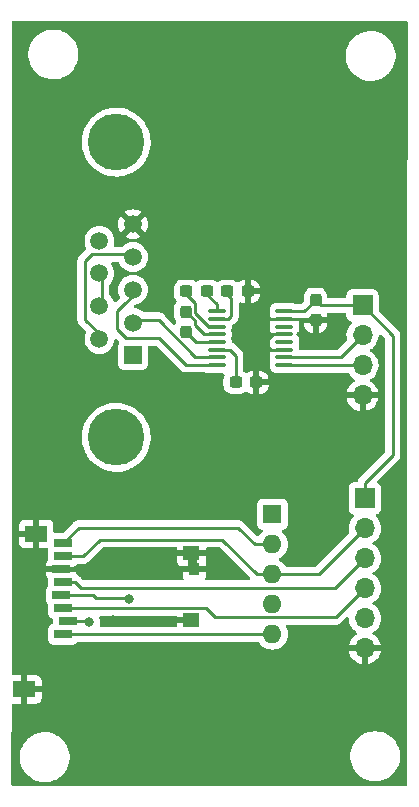
<source format=gtl>
%TF.GenerationSoftware,KiCad,Pcbnew,(6.0.9)*%
%TF.CreationDate,2022-11-23T00:56:14+01:00*%
%TF.ProjectId,Testapparaat_io,54657374-6170-4706-9172-6161745f696f,rev?*%
%TF.SameCoordinates,Original*%
%TF.FileFunction,Copper,L1,Top*%
%TF.FilePolarity,Positive*%
%FSLAX46Y46*%
G04 Gerber Fmt 4.6, Leading zero omitted, Abs format (unit mm)*
G04 Created by KiCad (PCBNEW (6.0.9)) date 2022-11-23 00:56:14*
%MOMM*%
%LPD*%
G01*
G04 APERTURE LIST*
G04 Aperture macros list*
%AMRoundRect*
0 Rectangle with rounded corners*
0 $1 Rounding radius*
0 $2 $3 $4 $5 $6 $7 $8 $9 X,Y pos of 4 corners*
0 Add a 4 corners polygon primitive as box body*
4,1,4,$2,$3,$4,$5,$6,$7,$8,$9,$2,$3,0*
0 Add four circle primitives for the rounded corners*
1,1,$1+$1,$2,$3*
1,1,$1+$1,$4,$5*
1,1,$1+$1,$6,$7*
1,1,$1+$1,$8,$9*
0 Add four rect primitives between the rounded corners*
20,1,$1+$1,$2,$3,$4,$5,0*
20,1,$1+$1,$4,$5,$6,$7,0*
20,1,$1+$1,$6,$7,$8,$9,0*
20,1,$1+$1,$8,$9,$2,$3,0*%
G04 Aperture macros list end*
%TA.AperFunction,ComponentPad*%
%ADD10R,1.600000X1.600000*%
%TD*%
%TA.AperFunction,ComponentPad*%
%ADD11O,1.600000X1.600000*%
%TD*%
%TA.AperFunction,ComponentPad*%
%ADD12R,1.500000X1.500000*%
%TD*%
%TA.AperFunction,ComponentPad*%
%ADD13C,1.500000*%
%TD*%
%TA.AperFunction,ComponentPad*%
%ADD14C,4.800000*%
%TD*%
%TA.AperFunction,ComponentPad*%
%ADD15R,1.700000X1.700000*%
%TD*%
%TA.AperFunction,ComponentPad*%
%ADD16O,1.700000X1.700000*%
%TD*%
%TA.AperFunction,SMDPad,CuDef*%
%ADD17RoundRect,0.237500X-0.237500X0.300000X-0.237500X-0.300000X0.237500X-0.300000X0.237500X0.300000X0*%
%TD*%
%TA.AperFunction,SMDPad,CuDef*%
%ADD18RoundRect,0.237500X0.300000X0.237500X-0.300000X0.237500X-0.300000X-0.237500X0.300000X-0.237500X0*%
%TD*%
%TA.AperFunction,SMDPad,CuDef*%
%ADD19RoundRect,0.237500X-0.300000X-0.237500X0.300000X-0.237500X0.300000X0.237500X-0.300000X0.237500X0*%
%TD*%
%TA.AperFunction,SMDPad,CuDef*%
%ADD20RoundRect,0.100000X-0.637500X-0.100000X0.637500X-0.100000X0.637500X0.100000X-0.637500X0.100000X0*%
%TD*%
%TA.AperFunction,SMDPad,CuDef*%
%ADD21R,1.400000X1.300000*%
%TD*%
%TA.AperFunction,SMDPad,CuDef*%
%ADD22R,0.950000X1.000000*%
%TD*%
%TA.AperFunction,SMDPad,CuDef*%
%ADD23R,1.900000X1.400000*%
%TD*%
%TA.AperFunction,SMDPad,CuDef*%
%ADD24R,1.500000X0.800000*%
%TD*%
%TA.AperFunction,ViaPad*%
%ADD25C,0.800000*%
%TD*%
%TA.AperFunction,Conductor*%
%ADD26C,0.250000*%
%TD*%
G04 APERTURE END LIST*
D10*
X143550000Y-73000000D03*
D11*
X143550000Y-75540000D03*
X143550000Y-78080000D03*
X143550000Y-80620000D03*
X143550000Y-83160000D03*
D12*
X131750000Y-59550000D03*
D13*
X131750000Y-56778000D03*
X131750000Y-54005000D03*
X131750000Y-51233000D03*
X131750000Y-48460000D03*
X128910000Y-58164000D03*
X128910000Y-55391000D03*
X128910000Y-52619000D03*
X128910000Y-49846000D03*
D14*
X130330000Y-66500000D03*
X130330000Y-41510000D03*
D15*
X151375000Y-71650000D03*
D16*
X151375000Y-74190000D03*
X151375000Y-76730000D03*
X151375000Y-79270000D03*
X151375000Y-81810000D03*
X151375000Y-84350000D03*
D17*
X147208000Y-54867000D03*
X147208000Y-56592000D03*
D18*
X137975000Y-54125000D03*
X136250000Y-54125000D03*
D19*
X140458000Y-61842000D03*
X142183000Y-61842000D03*
D17*
X136208000Y-55842000D03*
X136208000Y-57567000D03*
D20*
X138845500Y-55817000D03*
X138845500Y-56467000D03*
X138845500Y-57117000D03*
X138845500Y-57767000D03*
X138845500Y-58417000D03*
X138845500Y-59067000D03*
X138845500Y-59717000D03*
X138845500Y-60367000D03*
X144570500Y-60367000D03*
X144570500Y-59717000D03*
X144570500Y-59067000D03*
X144570500Y-58417000D03*
X144570500Y-57767000D03*
X144570500Y-57117000D03*
X144570500Y-56467000D03*
X144570500Y-55817000D03*
D21*
X136699000Y-76275000D03*
D22*
X136925000Y-77665000D03*
D21*
X136699000Y-81975000D03*
D23*
X123550000Y-74675000D03*
X122550000Y-87825000D03*
D24*
X125839000Y-83165000D03*
X126239000Y-82065000D03*
X125839000Y-80965000D03*
X125639000Y-79865000D03*
X125839000Y-78765000D03*
X125639000Y-77665000D03*
X125839000Y-76565000D03*
X125839000Y-75465000D03*
D18*
X141465000Y-54140000D03*
X139740000Y-54140000D03*
D15*
X151183000Y-55317000D03*
D16*
X151183000Y-57857000D03*
X151183000Y-60397000D03*
X151183000Y-62937000D03*
D25*
X131400000Y-80150000D03*
X129850000Y-77500000D03*
X130050000Y-82000000D03*
X128050000Y-82100000D03*
D26*
X130433000Y-55817000D02*
X131110000Y-55140000D01*
X131750000Y-54005000D02*
X131750000Y-54500000D01*
X131750000Y-54500000D02*
X131110000Y-55140000D01*
X138845500Y-60367000D02*
X136233000Y-60367000D01*
X136233000Y-60367000D02*
X133966000Y-58100000D01*
X133966000Y-58100000D02*
X131180000Y-58100000D01*
X131180000Y-58100000D02*
X130433000Y-57353000D01*
X130433000Y-57353000D02*
X130433000Y-55817000D01*
X131933000Y-54567000D02*
X131933000Y-53772000D01*
X138845500Y-55229500D02*
X137958000Y-54342000D01*
X138845500Y-55817000D02*
X138845500Y-55229500D01*
X138156959Y-57117000D02*
X137008000Y-55968041D01*
X138845500Y-57117000D02*
X138156959Y-57117000D01*
X137008000Y-55968041D02*
X137008000Y-55117000D01*
X137008000Y-55117000D02*
X136233000Y-54342000D01*
X128600000Y-80100000D02*
X131350000Y-80100000D01*
X151375000Y-70375000D02*
X153750000Y-68000000D01*
X147658000Y-55317000D02*
X147208000Y-54867000D01*
X151375000Y-71650000D02*
X151375000Y-70375000D01*
X128600000Y-80100000D02*
X128365000Y-79865000D01*
X153750000Y-68000000D02*
X153750000Y-57884000D01*
X153750000Y-57884000D02*
X151183000Y-55317000D01*
X147208000Y-54867000D02*
X146258000Y-55817000D01*
X131350000Y-80100000D02*
X131400000Y-80150000D01*
X128365000Y-79865000D02*
X125639000Y-79865000D01*
X146258000Y-55817000D02*
X144570500Y-55817000D01*
X151183000Y-55317000D02*
X147658000Y-55317000D01*
X125639000Y-77665000D02*
X129685000Y-77665000D01*
X144570500Y-56467000D02*
X142833000Y-56467000D01*
X142617000Y-59067000D02*
X142617000Y-58733000D01*
X144570500Y-56467000D02*
X147083000Y-56467000D01*
X129685000Y-77665000D02*
X129850000Y-77500000D01*
X147083000Y-56467000D02*
X147208000Y-56592000D01*
X142617000Y-56683000D02*
X142617000Y-58733000D01*
X144570500Y-59067000D02*
X142617000Y-59067000D01*
X143583000Y-57767000D02*
X144570500Y-57767000D01*
X142617000Y-58733000D02*
X143583000Y-57767000D01*
X142833000Y-56467000D02*
X142617000Y-56683000D01*
X136958000Y-56592000D02*
X136208000Y-55842000D01*
X137733000Y-57767000D02*
X136958000Y-56992000D01*
X138845500Y-57767000D02*
X137733000Y-57767000D01*
X136958000Y-56992000D02*
X136958000Y-56592000D01*
X137058000Y-58417000D02*
X136208000Y-57567000D01*
X138845500Y-58417000D02*
X137058000Y-58417000D01*
X138845500Y-56467000D02*
X139833000Y-56467000D01*
X140083000Y-56217000D02*
X140083000Y-54692000D01*
X140083000Y-54692000D02*
X139733000Y-54342000D01*
X139833000Y-56467000D02*
X140083000Y-56217000D01*
X138845500Y-59067000D02*
X139933000Y-59067000D01*
X140458000Y-59592000D02*
X140458000Y-61842000D01*
X139933000Y-59067000D02*
X140458000Y-59592000D01*
X151183000Y-57857000D02*
X149323000Y-59717000D01*
X149323000Y-59717000D02*
X144570500Y-59717000D01*
X151183000Y-60397000D02*
X144600500Y-60397000D01*
X144600500Y-60397000D02*
X144570500Y-60367000D01*
X138695000Y-81745000D02*
X137915000Y-80965000D01*
X137915000Y-80965000D02*
X125839000Y-80965000D01*
X151375000Y-79270000D02*
X148900000Y-81745000D01*
X148900000Y-81745000D02*
X138695000Y-81745000D01*
X143550000Y-78080000D02*
X142230000Y-78080000D01*
X142230000Y-78080000D02*
X139300000Y-75150000D01*
X128950000Y-75150000D02*
X127535000Y-76565000D01*
X127535000Y-76565000D02*
X125839000Y-76565000D01*
X147485000Y-78080000D02*
X151375000Y-74190000D01*
X139300000Y-75150000D02*
X128950000Y-75150000D01*
X143550000Y-78080000D02*
X147485000Y-78080000D01*
X151375000Y-76730000D02*
X148855000Y-79250000D01*
X148855000Y-79250000D02*
X127324000Y-79250000D01*
X126839000Y-78765000D02*
X125839000Y-78765000D01*
X127324000Y-79250000D02*
X126839000Y-78765000D01*
X126239000Y-82065000D02*
X128015000Y-82065000D01*
X128015000Y-82065000D02*
X128050000Y-82100000D01*
X142040000Y-75540000D02*
X140650000Y-74150000D01*
X140650000Y-74150000D02*
X127154000Y-74150000D01*
X143550000Y-75540000D02*
X142040000Y-75540000D01*
X127154000Y-74150000D02*
X125839000Y-75465000D01*
X137025005Y-59717000D02*
X138845500Y-59717000D01*
X133911000Y-56602995D02*
X137025005Y-59717000D01*
X131933000Y-56545000D02*
X133911000Y-56545000D01*
X133911000Y-56545000D02*
X133911000Y-56602995D01*
X127683000Y-51567000D02*
X128250000Y-51000000D01*
X127683000Y-56521000D02*
X127683000Y-51567000D01*
X129093000Y-57931000D02*
X127683000Y-56521000D01*
X128250000Y-51000000D02*
X131933000Y-51000000D01*
X129093000Y-55158000D02*
X129093000Y-52386000D01*
X143550000Y-83160000D02*
X125844000Y-83160000D01*
X125844000Y-83160000D02*
X125839000Y-83165000D01*
%TA.AperFunction,Conductor*%
G36*
X154933139Y-31228502D02*
G01*
X154979632Y-31282158D01*
X154991018Y-31334596D01*
X154973084Y-54953939D01*
X154942172Y-95665755D01*
X154941982Y-95915596D01*
X154921928Y-95983701D01*
X154868237Y-96030153D01*
X154815982Y-96041500D01*
X121585460Y-96041500D01*
X121517339Y-96021498D01*
X121470846Y-95967842D01*
X121459460Y-95915309D01*
X121462800Y-93707703D01*
X122165743Y-93707703D01*
X122203268Y-93992734D01*
X122279129Y-94270036D01*
X122280813Y-94273984D01*
X122369881Y-94482799D01*
X122391923Y-94534476D01*
X122403693Y-94554142D01*
X122496678Y-94709508D01*
X122539561Y-94781161D01*
X122719313Y-95005528D01*
X122927851Y-95203423D01*
X123161317Y-95371186D01*
X123165112Y-95373195D01*
X123165113Y-95373196D01*
X123186869Y-95384715D01*
X123415392Y-95505712D01*
X123550383Y-95555112D01*
X123653929Y-95593004D01*
X123685373Y-95604511D01*
X123966264Y-95665755D01*
X123994841Y-95668004D01*
X124189282Y-95683307D01*
X124189291Y-95683307D01*
X124191739Y-95683500D01*
X124347271Y-95683500D01*
X124349407Y-95683354D01*
X124349418Y-95683354D01*
X124557548Y-95669165D01*
X124557554Y-95669164D01*
X124561825Y-95668873D01*
X124566020Y-95668004D01*
X124566022Y-95668004D01*
X124702583Y-95639724D01*
X124843342Y-95610574D01*
X125114343Y-95514607D01*
X125369812Y-95382750D01*
X125373313Y-95380289D01*
X125373317Y-95380287D01*
X125496547Y-95293679D01*
X125605023Y-95217441D01*
X125815622Y-95021740D01*
X125997713Y-94799268D01*
X126147927Y-94554142D01*
X126189483Y-94459476D01*
X126261757Y-94294830D01*
X126263483Y-94290898D01*
X126342244Y-94014406D01*
X126382751Y-93729784D01*
X126382845Y-93711951D01*
X126383260Y-93632703D01*
X150140743Y-93632703D01*
X150178268Y-93917734D01*
X150254129Y-94195036D01*
X150366923Y-94459476D01*
X150514561Y-94706161D01*
X150694313Y-94930528D01*
X150902851Y-95128423D01*
X151136317Y-95296186D01*
X151140112Y-95298195D01*
X151140113Y-95298196D01*
X151161869Y-95309715D01*
X151390392Y-95430712D01*
X151414699Y-95439607D01*
X151614274Y-95512641D01*
X151660373Y-95529511D01*
X151941264Y-95590755D01*
X151969841Y-95593004D01*
X152164282Y-95608307D01*
X152164291Y-95608307D01*
X152166739Y-95608500D01*
X152322271Y-95608500D01*
X152324407Y-95608354D01*
X152324418Y-95608354D01*
X152532548Y-95594165D01*
X152532554Y-95594164D01*
X152536825Y-95593873D01*
X152541020Y-95593004D01*
X152541022Y-95593004D01*
X152677583Y-95564724D01*
X152818342Y-95535574D01*
X153089343Y-95439607D01*
X153344812Y-95307750D01*
X153348313Y-95305289D01*
X153348317Y-95305287D01*
X153497452Y-95200473D01*
X153580023Y-95142441D01*
X153713484Y-95018421D01*
X153787479Y-94949661D01*
X153787481Y-94949658D01*
X153790622Y-94946740D01*
X153972713Y-94724268D01*
X154122927Y-94479142D01*
X154238483Y-94215898D01*
X154317244Y-93939406D01*
X154357751Y-93654784D01*
X154357845Y-93636951D01*
X154359235Y-93371583D01*
X154359235Y-93371576D01*
X154359257Y-93367297D01*
X154321732Y-93082266D01*
X154245871Y-92804964D01*
X154166753Y-92619476D01*
X154134763Y-92544476D01*
X154134761Y-92544472D01*
X154133077Y-92540524D01*
X154030326Y-92368839D01*
X153987643Y-92297521D01*
X153987640Y-92297517D01*
X153985439Y-92293839D01*
X153805687Y-92069472D01*
X153597149Y-91871577D01*
X153363683Y-91703814D01*
X153341843Y-91692250D01*
X153248472Y-91642813D01*
X153109608Y-91569288D01*
X152876299Y-91483909D01*
X152843658Y-91471964D01*
X152843656Y-91471963D01*
X152839627Y-91470489D01*
X152558736Y-91409245D01*
X152527685Y-91406801D01*
X152335718Y-91391693D01*
X152335709Y-91391693D01*
X152333261Y-91391500D01*
X152177729Y-91391500D01*
X152175593Y-91391646D01*
X152175582Y-91391646D01*
X151967452Y-91405835D01*
X151967446Y-91405836D01*
X151963175Y-91406127D01*
X151958980Y-91406996D01*
X151958978Y-91406996D01*
X151822417Y-91435276D01*
X151681658Y-91464426D01*
X151410657Y-91560393D01*
X151155188Y-91692250D01*
X151151687Y-91694711D01*
X151151683Y-91694713D01*
X151141594Y-91701804D01*
X150919977Y-91857559D01*
X150709378Y-92053260D01*
X150527287Y-92275732D01*
X150377073Y-92520858D01*
X150375347Y-92524791D01*
X150375346Y-92524792D01*
X150333783Y-92619476D01*
X150261517Y-92784102D01*
X150182756Y-93060594D01*
X150142249Y-93345216D01*
X150142227Y-93349505D01*
X150142226Y-93349512D01*
X150141740Y-93442297D01*
X150140743Y-93632703D01*
X126383260Y-93632703D01*
X126384235Y-93446583D01*
X126384235Y-93446576D01*
X126384257Y-93442297D01*
X126346732Y-93157266D01*
X126270871Y-92879964D01*
X126158077Y-92615524D01*
X126010439Y-92368839D01*
X125830687Y-92144472D01*
X125622149Y-91946577D01*
X125388683Y-91778814D01*
X125366843Y-91767250D01*
X125343654Y-91754972D01*
X125134608Y-91644288D01*
X124925630Y-91567813D01*
X124868658Y-91546964D01*
X124868656Y-91546963D01*
X124864627Y-91545489D01*
X124583736Y-91484245D01*
X124552685Y-91481801D01*
X124360718Y-91466693D01*
X124360709Y-91466693D01*
X124358261Y-91466500D01*
X124202729Y-91466500D01*
X124200593Y-91466646D01*
X124200582Y-91466646D01*
X123992452Y-91480835D01*
X123992446Y-91480836D01*
X123988175Y-91481127D01*
X123983980Y-91481996D01*
X123983978Y-91481996D01*
X123847417Y-91510276D01*
X123706658Y-91539426D01*
X123435657Y-91635393D01*
X123180188Y-91767250D01*
X123176687Y-91769711D01*
X123176683Y-91769713D01*
X123166594Y-91776804D01*
X122944977Y-91932559D01*
X122929892Y-91946577D01*
X122800813Y-92066525D01*
X122734378Y-92128260D01*
X122552287Y-92350732D01*
X122402073Y-92595858D01*
X122286517Y-92859102D01*
X122207756Y-93135594D01*
X122167249Y-93420216D01*
X122167227Y-93424505D01*
X122167226Y-93424512D01*
X122165765Y-93703417D01*
X122165743Y-93707703D01*
X121462800Y-93707703D01*
X121469682Y-89158809D01*
X121489787Y-89090719D01*
X121543513Y-89044307D01*
X121595682Y-89033000D01*
X122277885Y-89033000D01*
X122293124Y-89028525D01*
X122294329Y-89027135D01*
X122296000Y-89019452D01*
X122296000Y-89014884D01*
X122804000Y-89014884D01*
X122808475Y-89030123D01*
X122809865Y-89031328D01*
X122817548Y-89032999D01*
X123544669Y-89032999D01*
X123551490Y-89032629D01*
X123602352Y-89027105D01*
X123617604Y-89023479D01*
X123738054Y-88978324D01*
X123753649Y-88969786D01*
X123855724Y-88893285D01*
X123868285Y-88880724D01*
X123944786Y-88778649D01*
X123953324Y-88763054D01*
X123998478Y-88642606D01*
X124002105Y-88627351D01*
X124007631Y-88576486D01*
X124008000Y-88569672D01*
X124008000Y-88097115D01*
X124003525Y-88081876D01*
X124002135Y-88080671D01*
X123994452Y-88079000D01*
X122822115Y-88079000D01*
X122806876Y-88083475D01*
X122805671Y-88084865D01*
X122804000Y-88092548D01*
X122804000Y-89014884D01*
X122296000Y-89014884D01*
X122296000Y-87552885D01*
X122804000Y-87552885D01*
X122808475Y-87568124D01*
X122809865Y-87569329D01*
X122817548Y-87571000D01*
X123989884Y-87571000D01*
X124005123Y-87566525D01*
X124006328Y-87565135D01*
X124007999Y-87557452D01*
X124007999Y-87080331D01*
X124007629Y-87073510D01*
X124002105Y-87022648D01*
X123998479Y-87007396D01*
X123953324Y-86886946D01*
X123944786Y-86871351D01*
X123868285Y-86769276D01*
X123855724Y-86756715D01*
X123753649Y-86680214D01*
X123738054Y-86671676D01*
X123617606Y-86626522D01*
X123602351Y-86622895D01*
X123551486Y-86617369D01*
X123544672Y-86617000D01*
X122822115Y-86617000D01*
X122806876Y-86621475D01*
X122805671Y-86622865D01*
X122804000Y-86630548D01*
X122804000Y-87552885D01*
X122296000Y-87552885D01*
X122296000Y-86635116D01*
X122291525Y-86619877D01*
X122290135Y-86618672D01*
X122282452Y-86617001D01*
X121599718Y-86617001D01*
X121531597Y-86596999D01*
X121485104Y-86543343D01*
X121473718Y-86490810D01*
X121476552Y-84617966D01*
X150043257Y-84617966D01*
X150073565Y-84752446D01*
X150076645Y-84762275D01*
X150156770Y-84959603D01*
X150161413Y-84968794D01*
X150272694Y-85150388D01*
X150278777Y-85158699D01*
X150418213Y-85319667D01*
X150425580Y-85326883D01*
X150589434Y-85462916D01*
X150597881Y-85468831D01*
X150781756Y-85576279D01*
X150791042Y-85580729D01*
X150990001Y-85656703D01*
X150999899Y-85659579D01*
X151103250Y-85680606D01*
X151117299Y-85679410D01*
X151121000Y-85669065D01*
X151121000Y-85668517D01*
X151629000Y-85668517D01*
X151633064Y-85682359D01*
X151646478Y-85684393D01*
X151653184Y-85683534D01*
X151663262Y-85681392D01*
X151867255Y-85620191D01*
X151876842Y-85616433D01*
X152068095Y-85522739D01*
X152076945Y-85517464D01*
X152250328Y-85393792D01*
X152258200Y-85387139D01*
X152409052Y-85236812D01*
X152415730Y-85228965D01*
X152540003Y-85056020D01*
X152545313Y-85047183D01*
X152639670Y-84856267D01*
X152643469Y-84846672D01*
X152705377Y-84642910D01*
X152707555Y-84632837D01*
X152708986Y-84621962D01*
X152706775Y-84607778D01*
X152693617Y-84604000D01*
X151647115Y-84604000D01*
X151631876Y-84608475D01*
X151630671Y-84609865D01*
X151629000Y-84617548D01*
X151629000Y-85668517D01*
X151121000Y-85668517D01*
X151121000Y-84622115D01*
X151116525Y-84606876D01*
X151115135Y-84605671D01*
X151107452Y-84604000D01*
X150058225Y-84604000D01*
X150044694Y-84607973D01*
X150043257Y-84617966D01*
X121476552Y-84617966D01*
X121476800Y-84454022D01*
X121482497Y-80688359D01*
X121490468Y-75419669D01*
X122092001Y-75419669D01*
X122092371Y-75426490D01*
X122097895Y-75477352D01*
X122101521Y-75492604D01*
X122146676Y-75613054D01*
X122155214Y-75628649D01*
X122231715Y-75730724D01*
X122244276Y-75743285D01*
X122346351Y-75819786D01*
X122361946Y-75828324D01*
X122482394Y-75873478D01*
X122497649Y-75877105D01*
X122548514Y-75882631D01*
X122555328Y-75883000D01*
X123277885Y-75883000D01*
X123293124Y-75878525D01*
X123294329Y-75877135D01*
X123296000Y-75869452D01*
X123296000Y-75864884D01*
X123804000Y-75864884D01*
X123808475Y-75880123D01*
X123809865Y-75881328D01*
X123817548Y-75882999D01*
X124466765Y-75882999D01*
X124534886Y-75903001D01*
X124581379Y-75956657D01*
X124587008Y-75973041D01*
X124587255Y-75975316D01*
X124590027Y-75982711D01*
X124590774Y-75985851D01*
X124590775Y-76044146D01*
X124590029Y-76047285D01*
X124587255Y-76054684D01*
X124580500Y-76116866D01*
X124580500Y-76798295D01*
X124560498Y-76866416D01*
X124538895Y-76889632D01*
X124539627Y-76890364D01*
X124520715Y-76909276D01*
X124444214Y-77011351D01*
X124435676Y-77026946D01*
X124390522Y-77147394D01*
X124386895Y-77162649D01*
X124381369Y-77213514D01*
X124381000Y-77220328D01*
X124381000Y-77392885D01*
X124385475Y-77408124D01*
X124386865Y-77409329D01*
X124394548Y-77411000D01*
X124807142Y-77411000D01*
X124851371Y-77419018D01*
X124971282Y-77463971D01*
X124971288Y-77463973D01*
X124978684Y-77466745D01*
X125040866Y-77473500D01*
X126637134Y-77473500D01*
X126699316Y-77466745D01*
X126706712Y-77463973D01*
X126706718Y-77463971D01*
X126826629Y-77419018D01*
X126870858Y-77411000D01*
X126878884Y-77411000D01*
X126894123Y-77406525D01*
X126899784Y-77399992D01*
X126928263Y-77347837D01*
X126941793Y-77336106D01*
X126945081Y-77333642D01*
X126952261Y-77328261D01*
X126978474Y-77293285D01*
X127011713Y-77248935D01*
X127068573Y-77206420D01*
X127112539Y-77198500D01*
X127456233Y-77198500D01*
X127467416Y-77199027D01*
X127474909Y-77200702D01*
X127482835Y-77200453D01*
X127482836Y-77200453D01*
X127542986Y-77198562D01*
X127546945Y-77198500D01*
X127574856Y-77198500D01*
X127578791Y-77198003D01*
X127578856Y-77197995D01*
X127590693Y-77197062D01*
X127622951Y-77196048D01*
X127626970Y-77195922D01*
X127634889Y-77195673D01*
X127654343Y-77190021D01*
X127673700Y-77186013D01*
X127685930Y-77184468D01*
X127685931Y-77184468D01*
X127693797Y-77183474D01*
X127701168Y-77180555D01*
X127701170Y-77180555D01*
X127734912Y-77167196D01*
X127746142Y-77163351D01*
X127780983Y-77153229D01*
X127780984Y-77153229D01*
X127788593Y-77151018D01*
X127795412Y-77146985D01*
X127795417Y-77146983D01*
X127806028Y-77140707D01*
X127823776Y-77132012D01*
X127842617Y-77124552D01*
X127878387Y-77098564D01*
X127888307Y-77092048D01*
X127919535Y-77073580D01*
X127919538Y-77073578D01*
X127926362Y-77069542D01*
X127940683Y-77055221D01*
X127955717Y-77042380D01*
X127965694Y-77035131D01*
X127972107Y-77030472D01*
X128000298Y-76996395D01*
X128008288Y-76987616D01*
X128026235Y-76969669D01*
X135491001Y-76969669D01*
X135491371Y-76976490D01*
X135496895Y-77027352D01*
X135500521Y-77042604D01*
X135545676Y-77163054D01*
X135554214Y-77178649D01*
X135630715Y-77280724D01*
X135643276Y-77293285D01*
X135745351Y-77369786D01*
X135760946Y-77378324D01*
X135881399Y-77423480D01*
X135887909Y-77425028D01*
X135931089Y-77417287D01*
X135939727Y-77412976D01*
X135961957Y-77411000D01*
X136426885Y-77411000D01*
X136442124Y-77406525D01*
X136443329Y-77405135D01*
X136445000Y-77397452D01*
X136445000Y-76598885D01*
X136953000Y-76598885D01*
X136957475Y-76614124D01*
X136958865Y-76615329D01*
X136966548Y-76617000D01*
X137053000Y-76617000D01*
X137121121Y-76637002D01*
X137167614Y-76690658D01*
X137179000Y-76743000D01*
X137179000Y-77392885D01*
X137183475Y-77408124D01*
X137184865Y-77409329D01*
X137192548Y-77411000D01*
X137889884Y-77411000D01*
X137905123Y-77406525D01*
X137906328Y-77405135D01*
X137907999Y-77397452D01*
X137907999Y-77120331D01*
X137907629Y-77113510D01*
X137901252Y-77054793D01*
X137902868Y-77054617D01*
X137901134Y-77027085D01*
X137906631Y-76976486D01*
X137907000Y-76969672D01*
X137907000Y-76547115D01*
X137902525Y-76531876D01*
X137901135Y-76530671D01*
X137893452Y-76529000D01*
X136971115Y-76529000D01*
X136955876Y-76533475D01*
X136954671Y-76534865D01*
X136953000Y-76542548D01*
X136953000Y-76598885D01*
X136445000Y-76598885D01*
X136445000Y-76547115D01*
X136440525Y-76531876D01*
X136439135Y-76530671D01*
X136431452Y-76529000D01*
X135509116Y-76529000D01*
X135493877Y-76533475D01*
X135492672Y-76534865D01*
X135491001Y-76542548D01*
X135491001Y-76969669D01*
X128026235Y-76969669D01*
X129175499Y-75820405D01*
X129237811Y-75786379D01*
X129264594Y-75783500D01*
X135365000Y-75783500D01*
X135433121Y-75803502D01*
X135479614Y-75857158D01*
X135491000Y-75909500D01*
X135491000Y-76002885D01*
X135495475Y-76018124D01*
X135496865Y-76019329D01*
X135504548Y-76021000D01*
X137888884Y-76021000D01*
X137904123Y-76016525D01*
X137905328Y-76015135D01*
X137906999Y-76007452D01*
X137906999Y-75909500D01*
X137927001Y-75841379D01*
X137980657Y-75794886D01*
X138032999Y-75783500D01*
X138985406Y-75783500D01*
X139053527Y-75803502D01*
X139074501Y-75820405D01*
X141655500Y-78401405D01*
X141689526Y-78463717D01*
X141684461Y-78534533D01*
X141641914Y-78591368D01*
X141575394Y-78616179D01*
X141566405Y-78616500D01*
X137948395Y-78616500D01*
X137880274Y-78596498D01*
X137833781Y-78542842D01*
X137823677Y-78472568D01*
X137842345Y-78427539D01*
X137840478Y-78426517D01*
X137853324Y-78403054D01*
X137898478Y-78282606D01*
X137902105Y-78267351D01*
X137907631Y-78216486D01*
X137908000Y-78209672D01*
X137908000Y-77937115D01*
X137903525Y-77921876D01*
X137902135Y-77920671D01*
X137894452Y-77919000D01*
X135960116Y-77919000D01*
X135944877Y-77923475D01*
X135943672Y-77924865D01*
X135942001Y-77932548D01*
X135942001Y-78209669D01*
X135942371Y-78216490D01*
X135947895Y-78267352D01*
X135951521Y-78282604D01*
X135996676Y-78403054D01*
X136009522Y-78426517D01*
X136007227Y-78427774D01*
X136027279Y-78481438D01*
X136012228Y-78550821D01*
X135962055Y-78601053D01*
X135901605Y-78616500D01*
X127638595Y-78616500D01*
X127570474Y-78596498D01*
X127549499Y-78579595D01*
X127457646Y-78487741D01*
X127342647Y-78372742D01*
X127335113Y-78364463D01*
X127331000Y-78357982D01*
X127281348Y-78311356D01*
X127278507Y-78308602D01*
X127258770Y-78288865D01*
X127255573Y-78286385D01*
X127246551Y-78278680D01*
X127220100Y-78253841D01*
X127214321Y-78248414D01*
X127207375Y-78244595D01*
X127207372Y-78244593D01*
X127196566Y-78238652D01*
X127180047Y-78227801D01*
X127179583Y-78227441D01*
X127164041Y-78215386D01*
X127156772Y-78212241D01*
X127156768Y-78212238D01*
X127123463Y-78197826D01*
X127112800Y-78192602D01*
X127096408Y-78183590D01*
X127046592Y-78133687D01*
X127042765Y-78126697D01*
X127039615Y-78118295D01*
X126952261Y-78001739D01*
X126945081Y-77996358D01*
X126945079Y-77996356D01*
X126939263Y-77991997D01*
X126896748Y-77935137D01*
X126893933Y-77926670D01*
X126892525Y-77921876D01*
X126891135Y-77920671D01*
X126883452Y-77919000D01*
X126870858Y-77919000D01*
X126826629Y-77910982D01*
X126706718Y-77866029D01*
X126706712Y-77866027D01*
X126699316Y-77863255D01*
X126637134Y-77856500D01*
X125040866Y-77856500D01*
X124978684Y-77863255D01*
X124971288Y-77866027D01*
X124971282Y-77866029D01*
X124851371Y-77910982D01*
X124807142Y-77919000D01*
X124399116Y-77919000D01*
X124383877Y-77923475D01*
X124382672Y-77924865D01*
X124381001Y-77932548D01*
X124381001Y-78109669D01*
X124381371Y-78116490D01*
X124386895Y-78167352D01*
X124390521Y-78182604D01*
X124435676Y-78303054D01*
X124444214Y-78318649D01*
X124520715Y-78420724D01*
X124539627Y-78439636D01*
X124537902Y-78441361D01*
X124572581Y-78487741D01*
X124580500Y-78531705D01*
X124580500Y-78997671D01*
X124560498Y-79065792D01*
X124538593Y-79089332D01*
X124539269Y-79090008D01*
X124532919Y-79096358D01*
X124525739Y-79101739D01*
X124438385Y-79218295D01*
X124387255Y-79354684D01*
X124380500Y-79416866D01*
X124380500Y-80313134D01*
X124387255Y-80375316D01*
X124438385Y-80511705D01*
X124525739Y-80628261D01*
X124532919Y-80633642D01*
X124539269Y-80639992D01*
X124537634Y-80641627D01*
X124572579Y-80688359D01*
X124580500Y-80732329D01*
X124580500Y-81413134D01*
X124587255Y-81475316D01*
X124638385Y-81611705D01*
X124725739Y-81728261D01*
X124842295Y-81815615D01*
X124850703Y-81818767D01*
X124898730Y-81836772D01*
X124955495Y-81879414D01*
X124980194Y-81945976D01*
X124980500Y-81954754D01*
X124980500Y-82175246D01*
X124960498Y-82243367D01*
X124906842Y-82289860D01*
X124898730Y-82293228D01*
X124880960Y-82299890D01*
X124842295Y-82314385D01*
X124725739Y-82401739D01*
X124638385Y-82518295D01*
X124587255Y-82654684D01*
X124580500Y-82716866D01*
X124580500Y-83613134D01*
X124587255Y-83675316D01*
X124638385Y-83811705D01*
X124725739Y-83928261D01*
X124842295Y-84015615D01*
X124978684Y-84066745D01*
X125040866Y-84073500D01*
X126637134Y-84073500D01*
X126699316Y-84066745D01*
X126835705Y-84015615D01*
X126952261Y-83928261D01*
X127015460Y-83843935D01*
X127072319Y-83801420D01*
X127116286Y-83793500D01*
X142330606Y-83793500D01*
X142398727Y-83813502D01*
X142433819Y-83847229D01*
X142540643Y-83999789D01*
X142543802Y-84004300D01*
X142705700Y-84166198D01*
X142710208Y-84169355D01*
X142710211Y-84169357D01*
X142788389Y-84224098D01*
X142893251Y-84297523D01*
X142898233Y-84299846D01*
X142898238Y-84299849D01*
X143095775Y-84391961D01*
X143100757Y-84394284D01*
X143106065Y-84395706D01*
X143106067Y-84395707D01*
X143316598Y-84452119D01*
X143316600Y-84452119D01*
X143321913Y-84453543D01*
X143550000Y-84473498D01*
X143778087Y-84453543D01*
X143783400Y-84452119D01*
X143783402Y-84452119D01*
X143993933Y-84395707D01*
X143993935Y-84395706D01*
X143999243Y-84394284D01*
X144004225Y-84391961D01*
X144201762Y-84299849D01*
X144201767Y-84299846D01*
X144206749Y-84297523D01*
X144311611Y-84224098D01*
X144389789Y-84169357D01*
X144389792Y-84169355D01*
X144394300Y-84166198D01*
X144556198Y-84004300D01*
X144687523Y-83816749D01*
X144689846Y-83811767D01*
X144689849Y-83811762D01*
X144781961Y-83614225D01*
X144781961Y-83614224D01*
X144784284Y-83609243D01*
X144843543Y-83388087D01*
X144863498Y-83160000D01*
X144843543Y-82931913D01*
X144842119Y-82926598D01*
X144785707Y-82716067D01*
X144785706Y-82716065D01*
X144784284Y-82710757D01*
X144712936Y-82557750D01*
X144702275Y-82487558D01*
X144731255Y-82422745D01*
X144790675Y-82383889D01*
X144827131Y-82378500D01*
X148821233Y-82378500D01*
X148832416Y-82379027D01*
X148839909Y-82380702D01*
X148847835Y-82380453D01*
X148847836Y-82380453D01*
X148907986Y-82378562D01*
X148911945Y-82378500D01*
X148939856Y-82378500D01*
X148943791Y-82378003D01*
X148943856Y-82377995D01*
X148955693Y-82377062D01*
X148987951Y-82376048D01*
X148991970Y-82375922D01*
X148999889Y-82375673D01*
X149019343Y-82370021D01*
X149038700Y-82366013D01*
X149050930Y-82364468D01*
X149050931Y-82364468D01*
X149058797Y-82363474D01*
X149066168Y-82360555D01*
X149066170Y-82360555D01*
X149099912Y-82347196D01*
X149111142Y-82343351D01*
X149145983Y-82333229D01*
X149145984Y-82333229D01*
X149153593Y-82331018D01*
X149160412Y-82326985D01*
X149160417Y-82326983D01*
X149171028Y-82320707D01*
X149188776Y-82312012D01*
X149207617Y-82304552D01*
X149219105Y-82296206D01*
X149243387Y-82278564D01*
X149253307Y-82272048D01*
X149284535Y-82253580D01*
X149284538Y-82253578D01*
X149291362Y-82249542D01*
X149305683Y-82235221D01*
X149320717Y-82222380D01*
X149322431Y-82221135D01*
X149337107Y-82210472D01*
X149365298Y-82176395D01*
X149373288Y-82167616D01*
X149800019Y-81740885D01*
X149862331Y-81706859D01*
X149933146Y-81711924D01*
X149989982Y-81754471D01*
X150014905Y-81822727D01*
X150017818Y-81873240D01*
X150025110Y-81999715D01*
X150026247Y-82004761D01*
X150026248Y-82004767D01*
X150048387Y-82103000D01*
X150074222Y-82217639D01*
X150114346Y-82316453D01*
X150148474Y-82400500D01*
X150158266Y-82424616D01*
X150274987Y-82615088D01*
X150421250Y-82783938D01*
X150593126Y-82926632D01*
X150666955Y-82969774D01*
X150715679Y-83021412D01*
X150728750Y-83091195D01*
X150702019Y-83156967D01*
X150661562Y-83190327D01*
X150653457Y-83194546D01*
X150644738Y-83200036D01*
X150474433Y-83327905D01*
X150466726Y-83334748D01*
X150319590Y-83488717D01*
X150313104Y-83496727D01*
X150193098Y-83672649D01*
X150188000Y-83681623D01*
X150098338Y-83874783D01*
X150094775Y-83884470D01*
X150039389Y-84084183D01*
X150040912Y-84092607D01*
X150053292Y-84096000D01*
X152693344Y-84096000D01*
X152706875Y-84092027D01*
X152708180Y-84082947D01*
X152666214Y-83915875D01*
X152662894Y-83906124D01*
X152577972Y-83710814D01*
X152573105Y-83701739D01*
X152457426Y-83522926D01*
X152451136Y-83514757D01*
X152307806Y-83357240D01*
X152300273Y-83350215D01*
X152133139Y-83218222D01*
X152124556Y-83212520D01*
X152087602Y-83192120D01*
X152037631Y-83141687D01*
X152022859Y-83072245D01*
X152047975Y-83005839D01*
X152075327Y-82979232D01*
X152141666Y-82931913D01*
X152254860Y-82851173D01*
X152413096Y-82693489D01*
X152472594Y-82610689D01*
X152540435Y-82516277D01*
X152543453Y-82512077D01*
X152546211Y-82506498D01*
X152640136Y-82316453D01*
X152640137Y-82316451D01*
X152642430Y-82311811D01*
X152692800Y-82146026D01*
X152705865Y-82103023D01*
X152705865Y-82103021D01*
X152707370Y-82098069D01*
X152736529Y-81876590D01*
X152738156Y-81810000D01*
X152719852Y-81587361D01*
X152665431Y-81370702D01*
X152576354Y-81165840D01*
X152513863Y-81069243D01*
X152457822Y-80982617D01*
X152457820Y-80982614D01*
X152455014Y-80978277D01*
X152304670Y-80813051D01*
X152300619Y-80809852D01*
X152300615Y-80809848D01*
X152133414Y-80677800D01*
X152133410Y-80677798D01*
X152129359Y-80674598D01*
X152088053Y-80651796D01*
X152038084Y-80601364D01*
X152023312Y-80531921D01*
X152048428Y-80465516D01*
X152075780Y-80438909D01*
X152164934Y-80375316D01*
X152254860Y-80311173D01*
X152413096Y-80153489D01*
X152543453Y-79972077D01*
X152550827Y-79957158D01*
X152640136Y-79776453D01*
X152640137Y-79776451D01*
X152642430Y-79771811D01*
X152707370Y-79558069D01*
X152736529Y-79336590D01*
X152738156Y-79270000D01*
X152719852Y-79047361D01*
X152665431Y-78830702D01*
X152576354Y-78625840D01*
X152455014Y-78438277D01*
X152304670Y-78273051D01*
X152300619Y-78269852D01*
X152300615Y-78269848D01*
X152133414Y-78137800D01*
X152133410Y-78137798D01*
X152129359Y-78134598D01*
X152088053Y-78111796D01*
X152038084Y-78061364D01*
X152023312Y-77991921D01*
X152048428Y-77925516D01*
X152075780Y-77898909D01*
X152135235Y-77856500D01*
X152254860Y-77771173D01*
X152413096Y-77613489D01*
X152543453Y-77432077D01*
X152546211Y-77426498D01*
X152640136Y-77236453D01*
X152640137Y-77236451D01*
X152642430Y-77231811D01*
X152707370Y-77018069D01*
X152736529Y-76796590D01*
X152737074Y-76774284D01*
X152738074Y-76733365D01*
X152738074Y-76733361D01*
X152738156Y-76730000D01*
X152719852Y-76507361D01*
X152665431Y-76290702D01*
X152576354Y-76085840D01*
X152486546Y-75947018D01*
X152457822Y-75902617D01*
X152457820Y-75902614D01*
X152455014Y-75898277D01*
X152304670Y-75733051D01*
X152300619Y-75729852D01*
X152300615Y-75729848D01*
X152133414Y-75597800D01*
X152133410Y-75597798D01*
X152129359Y-75594598D01*
X152088053Y-75571796D01*
X152038084Y-75521364D01*
X152023312Y-75451921D01*
X152048428Y-75385516D01*
X152075780Y-75358909D01*
X152149117Y-75306598D01*
X152254860Y-75231173D01*
X152413096Y-75073489D01*
X152466913Y-74998595D01*
X152540435Y-74896277D01*
X152543453Y-74892077D01*
X152556605Y-74865467D01*
X152640136Y-74696453D01*
X152640137Y-74696451D01*
X152642430Y-74691811D01*
X152683541Y-74556500D01*
X152705865Y-74483023D01*
X152705865Y-74483021D01*
X152707370Y-74478069D01*
X152736529Y-74256590D01*
X152738156Y-74190000D01*
X152719852Y-73967361D01*
X152665431Y-73750702D01*
X152576354Y-73545840D01*
X152455014Y-73358277D01*
X152451532Y-73354450D01*
X152307798Y-73196488D01*
X152276746Y-73132642D01*
X152285141Y-73062143D01*
X152330317Y-73007375D01*
X152356761Y-72993706D01*
X152463297Y-72953767D01*
X152471705Y-72950615D01*
X152588261Y-72863261D01*
X152675615Y-72746705D01*
X152726745Y-72610316D01*
X152733500Y-72548134D01*
X152733500Y-70751866D01*
X152726745Y-70689684D01*
X152675615Y-70553295D01*
X152588261Y-70436739D01*
X152487858Y-70361491D01*
X152445346Y-70304635D01*
X152440320Y-70233817D01*
X152474331Y-70171573D01*
X154142247Y-68503657D01*
X154150537Y-68496113D01*
X154157018Y-68492000D01*
X154203659Y-68442332D01*
X154206413Y-68439491D01*
X154226134Y-68419770D01*
X154228612Y-68416575D01*
X154236318Y-68407553D01*
X154261158Y-68381101D01*
X154266586Y-68375321D01*
X154276346Y-68357568D01*
X154287199Y-68341045D01*
X154294753Y-68331306D01*
X154299613Y-68325041D01*
X154317176Y-68284457D01*
X154322383Y-68273827D01*
X154343695Y-68235060D01*
X154345666Y-68227383D01*
X154345668Y-68227378D01*
X154348732Y-68215442D01*
X154355138Y-68196730D01*
X154360033Y-68185419D01*
X154363181Y-68178145D01*
X154364421Y-68170317D01*
X154364423Y-68170310D01*
X154370099Y-68134476D01*
X154372505Y-68122856D01*
X154381528Y-68087711D01*
X154381528Y-68087710D01*
X154383500Y-68080030D01*
X154383500Y-68059776D01*
X154385051Y-68040065D01*
X154386980Y-68027886D01*
X154388220Y-68020057D01*
X154384059Y-67976038D01*
X154383500Y-67964181D01*
X154383500Y-57962767D01*
X154384027Y-57951584D01*
X154385702Y-57944091D01*
X154384533Y-57906885D01*
X154383562Y-57876014D01*
X154383500Y-57872055D01*
X154383500Y-57844144D01*
X154382995Y-57840144D01*
X154382062Y-57828301D01*
X154380922Y-57792029D01*
X154380673Y-57784110D01*
X154375022Y-57764658D01*
X154371014Y-57745306D01*
X154369467Y-57733063D01*
X154368474Y-57725203D01*
X154365556Y-57717832D01*
X154352200Y-57684097D01*
X154348355Y-57672870D01*
X154346661Y-57667039D01*
X154336018Y-57630407D01*
X154331984Y-57623585D01*
X154331981Y-57623579D01*
X154325706Y-57612968D01*
X154317010Y-57595218D01*
X154312472Y-57583756D01*
X154312469Y-57583751D01*
X154309552Y-57576383D01*
X154289960Y-57549417D01*
X154283573Y-57540625D01*
X154277057Y-57530707D01*
X154258575Y-57499457D01*
X154254542Y-57492637D01*
X154240218Y-57478313D01*
X154227376Y-57463278D01*
X154215472Y-57446893D01*
X154181406Y-57418711D01*
X154172627Y-57410722D01*
X152578405Y-55816500D01*
X152544379Y-55754188D01*
X152541500Y-55727405D01*
X152541500Y-54418866D01*
X152534745Y-54356684D01*
X152483615Y-54220295D01*
X152396261Y-54103739D01*
X152279705Y-54016385D01*
X152143316Y-53965255D01*
X152081134Y-53958500D01*
X150284866Y-53958500D01*
X150222684Y-53965255D01*
X150086295Y-54016385D01*
X149969739Y-54103739D01*
X149882385Y-54220295D01*
X149831255Y-54356684D01*
X149824500Y-54418866D01*
X149824500Y-54557500D01*
X149804498Y-54625621D01*
X149750842Y-54672114D01*
X149698500Y-54683500D01*
X148317500Y-54683500D01*
X148249379Y-54663498D01*
X148202886Y-54609842D01*
X148191500Y-54557500D01*
X148191500Y-54517428D01*
X148182453Y-54430230D01*
X148181419Y-54420265D01*
X148181418Y-54420261D01*
X148180707Y-54413407D01*
X148177004Y-54402306D01*
X148127972Y-54255341D01*
X148125654Y-54248393D01*
X148034116Y-54100469D01*
X148028934Y-54095296D01*
X147916184Y-53982742D01*
X147916179Y-53982738D01*
X147911003Y-53977571D01*
X147762920Y-53886291D01*
X147597809Y-53831526D01*
X147590973Y-53830826D01*
X147590970Y-53830825D01*
X147539474Y-53825549D01*
X147495072Y-53821000D01*
X146920928Y-53821000D01*
X146917682Y-53821337D01*
X146917678Y-53821337D01*
X146823765Y-53831081D01*
X146823761Y-53831082D01*
X146816907Y-53831793D01*
X146810371Y-53833974D01*
X146810369Y-53833974D01*
X146743648Y-53856234D01*
X146651893Y-53886846D01*
X146503969Y-53978384D01*
X146498796Y-53983566D01*
X146386242Y-54096316D01*
X146386238Y-54096321D01*
X146381071Y-54101497D01*
X146377231Y-54107727D01*
X146377230Y-54107728D01*
X146294364Y-54242162D01*
X146289791Y-54249580D01*
X146235026Y-54414691D01*
X146234326Y-54421527D01*
X146234325Y-54421530D01*
X146232222Y-54442061D01*
X146224500Y-54517428D01*
X146224500Y-54902405D01*
X146204498Y-54970526D01*
X146187595Y-54991500D01*
X146032500Y-55146595D01*
X145970188Y-55180621D01*
X145943405Y-55183500D01*
X145535168Y-55183500D01*
X145486950Y-55173909D01*
X145374479Y-55127322D01*
X145366850Y-55124162D01*
X145358024Y-55123000D01*
X145251972Y-55109038D01*
X145251971Y-55109038D01*
X145247885Y-55108500D01*
X144570583Y-55108500D01*
X143893116Y-55108501D01*
X143889031Y-55109039D01*
X143889027Y-55109039D01*
X143782337Y-55123084D01*
X143782335Y-55123084D01*
X143774150Y-55124162D01*
X143719992Y-55146595D01*
X143633752Y-55182316D01*
X143633750Y-55182317D01*
X143626124Y-55185476D01*
X143619574Y-55190502D01*
X143545044Y-55247692D01*
X143499013Y-55283013D01*
X143493987Y-55289563D01*
X143493984Y-55289566D01*
X143475182Y-55314070D01*
X143401476Y-55410125D01*
X143340162Y-55558150D01*
X143324500Y-55677115D01*
X143324501Y-55956884D01*
X143325039Y-55960969D01*
X143325039Y-55960973D01*
X143338979Y-56066866D01*
X143340162Y-56075850D01*
X143343322Y-56083478D01*
X143347860Y-56094434D01*
X143355450Y-56165023D01*
X143347860Y-56190874D01*
X143343811Y-56200649D01*
X143339572Y-56216469D01*
X143335284Y-56249040D01*
X143337495Y-56263222D01*
X143350652Y-56267000D01*
X143372431Y-56267000D01*
X143440552Y-56287002D01*
X143472391Y-56316294D01*
X143499013Y-56350987D01*
X143505562Y-56356012D01*
X143519932Y-56367039D01*
X143561798Y-56424378D01*
X143566018Y-56495249D01*
X143531253Y-56557152D01*
X143519930Y-56566962D01*
X143505567Y-56577983D01*
X143505563Y-56577987D01*
X143499013Y-56583013D01*
X143473021Y-56616887D01*
X143472393Y-56617705D01*
X143415054Y-56659572D01*
X143372431Y-56667000D01*
X143351035Y-56667000D01*
X143337264Y-56671044D01*
X143335235Y-56684583D01*
X143339572Y-56717533D01*
X143343810Y-56733348D01*
X143347860Y-56743126D01*
X143355450Y-56813715D01*
X143347861Y-56839564D01*
X143340162Y-56858150D01*
X143339084Y-56866337D01*
X143339084Y-56866338D01*
X143332098Y-56919406D01*
X143324500Y-56977115D01*
X143324501Y-57256884D01*
X143325039Y-57260969D01*
X143325039Y-57260973D01*
X143339084Y-57367662D01*
X143340162Y-57375850D01*
X143347589Y-57393780D01*
X143347860Y-57394434D01*
X143355450Y-57465023D01*
X143347860Y-57490874D01*
X143343811Y-57500649D01*
X143339572Y-57516469D01*
X143335284Y-57549040D01*
X143337495Y-57563222D01*
X143350652Y-57567000D01*
X143372431Y-57567000D01*
X143440552Y-57587002D01*
X143472391Y-57616294D01*
X143499013Y-57650987D01*
X143513586Y-57662169D01*
X143519932Y-57667039D01*
X143561798Y-57724378D01*
X143566018Y-57795249D01*
X143531253Y-57857152D01*
X143519930Y-57866962D01*
X143505567Y-57877983D01*
X143505563Y-57877987D01*
X143499013Y-57883013D01*
X143493987Y-57889563D01*
X143472393Y-57917705D01*
X143415054Y-57959572D01*
X143372431Y-57967000D01*
X143351035Y-57967000D01*
X143337264Y-57971044D01*
X143335235Y-57984583D01*
X143339572Y-58017533D01*
X143343810Y-58033348D01*
X143347860Y-58043126D01*
X143355450Y-58113715D01*
X143347861Y-58139564D01*
X143340162Y-58158150D01*
X143339084Y-58166337D01*
X143339084Y-58166338D01*
X143326027Y-58265520D01*
X143324500Y-58277115D01*
X143324501Y-58556884D01*
X143325039Y-58560969D01*
X143325039Y-58560973D01*
X143339084Y-58667662D01*
X143340162Y-58675850D01*
X143347860Y-58694434D01*
X143355450Y-58765023D01*
X143347860Y-58790874D01*
X143343811Y-58800649D01*
X143339572Y-58816469D01*
X143335284Y-58849040D01*
X143337495Y-58863222D01*
X143350652Y-58867000D01*
X143372431Y-58867000D01*
X143440552Y-58887002D01*
X143472391Y-58916294D01*
X143499013Y-58950987D01*
X143505562Y-58956012D01*
X143519932Y-58967039D01*
X143561798Y-59024378D01*
X143566018Y-59095249D01*
X143531253Y-59157152D01*
X143519930Y-59166962D01*
X143505567Y-59177983D01*
X143505563Y-59177987D01*
X143499013Y-59183013D01*
X143493987Y-59189563D01*
X143472393Y-59217705D01*
X143415054Y-59259572D01*
X143372431Y-59267000D01*
X143351035Y-59267000D01*
X143337264Y-59271044D01*
X143335235Y-59284583D01*
X143339572Y-59317533D01*
X143343810Y-59333348D01*
X143347860Y-59343126D01*
X143355450Y-59413715D01*
X143347861Y-59439564D01*
X143340162Y-59458150D01*
X143339084Y-59466338D01*
X143328306Y-59548209D01*
X143324500Y-59577115D01*
X143324501Y-59856884D01*
X143325039Y-59860969D01*
X143325039Y-59860973D01*
X143339084Y-59967663D01*
X143340162Y-59975850D01*
X143343322Y-59983478D01*
X143347589Y-59993780D01*
X143355179Y-60064370D01*
X143347590Y-60090218D01*
X143340162Y-60108150D01*
X143324500Y-60227115D01*
X143324501Y-60506884D01*
X143340162Y-60625850D01*
X143343322Y-60633478D01*
X143395417Y-60759247D01*
X143401476Y-60773876D01*
X143406502Y-60780426D01*
X143485661Y-60883586D01*
X143499013Y-60900987D01*
X143505563Y-60906013D01*
X143505566Y-60906016D01*
X143541649Y-60933703D01*
X143626125Y-60998524D01*
X143774150Y-61059838D01*
X143782338Y-61060916D01*
X143889021Y-61074961D01*
X143893115Y-61075500D01*
X144570417Y-61075500D01*
X145247884Y-61075499D01*
X145251969Y-61074961D01*
X145251973Y-61074961D01*
X145358663Y-61060916D01*
X145358665Y-61060916D01*
X145366850Y-61059838D01*
X145414524Y-61040091D01*
X145462742Y-61030500D01*
X149907274Y-61030500D01*
X149975395Y-61050502D01*
X150014707Y-61090665D01*
X150082987Y-61202088D01*
X150229250Y-61370938D01*
X150401126Y-61513632D01*
X150471796Y-61554928D01*
X150474955Y-61556774D01*
X150523679Y-61608412D01*
X150536750Y-61678195D01*
X150510019Y-61743967D01*
X150469562Y-61777327D01*
X150461457Y-61781546D01*
X150452738Y-61787036D01*
X150282433Y-61914905D01*
X150274726Y-61921748D01*
X150127590Y-62075717D01*
X150121104Y-62083727D01*
X150001098Y-62259649D01*
X149996000Y-62268623D01*
X149906338Y-62461783D01*
X149902775Y-62471470D01*
X149847389Y-62671183D01*
X149848912Y-62679607D01*
X149861292Y-62683000D01*
X152501344Y-62683000D01*
X152514875Y-62679027D01*
X152516180Y-62669947D01*
X152474214Y-62502875D01*
X152470894Y-62493124D01*
X152385972Y-62297814D01*
X152381105Y-62288739D01*
X152265426Y-62109926D01*
X152259136Y-62101757D01*
X152115806Y-61944240D01*
X152108273Y-61937215D01*
X151941139Y-61805222D01*
X151932556Y-61799520D01*
X151895602Y-61779120D01*
X151845631Y-61728687D01*
X151830859Y-61659245D01*
X151855975Y-61592839D01*
X151883327Y-61566232D01*
X151906797Y-61549491D01*
X152062860Y-61438173D01*
X152221096Y-61280489D01*
X152351453Y-61099077D01*
X152355611Y-61090665D01*
X152448136Y-60903453D01*
X152448137Y-60903451D01*
X152450430Y-60898811D01*
X152515370Y-60685069D01*
X152544529Y-60463590D01*
X152546156Y-60397000D01*
X152527852Y-60174361D01*
X152473431Y-59957702D01*
X152384354Y-59752840D01*
X152331259Y-59670767D01*
X152265822Y-59569617D01*
X152265820Y-59569614D01*
X152263014Y-59565277D01*
X152112670Y-59400051D01*
X152108619Y-59396852D01*
X152108615Y-59396848D01*
X151941414Y-59264800D01*
X151941410Y-59264798D01*
X151937359Y-59261598D01*
X151896053Y-59238796D01*
X151846084Y-59188364D01*
X151831312Y-59118921D01*
X151856428Y-59052516D01*
X151883780Y-59025909D01*
X151948233Y-58979935D01*
X152062860Y-58898173D01*
X152101669Y-58859500D01*
X152213088Y-58748469D01*
X152221096Y-58740489D01*
X152273427Y-58667663D01*
X152348435Y-58563277D01*
X152351453Y-58559077D01*
X152355735Y-58550414D01*
X152448136Y-58363453D01*
X152448137Y-58363451D01*
X152450430Y-58358811D01*
X152515370Y-58145069D01*
X152544529Y-57923590D01*
X152545038Y-57902763D01*
X152545676Y-57876654D01*
X152567336Y-57809042D01*
X152622111Y-57763874D01*
X152692611Y-57755490D01*
X152760733Y-57790637D01*
X153079595Y-58109499D01*
X153113621Y-58171811D01*
X153116500Y-58198594D01*
X153116500Y-67685405D01*
X153096498Y-67753526D01*
X153079595Y-67774500D01*
X150982747Y-69871348D01*
X150974461Y-69878888D01*
X150967982Y-69883000D01*
X150962557Y-69888777D01*
X150921357Y-69932651D01*
X150918602Y-69935493D01*
X150898865Y-69955230D01*
X150896385Y-69958427D01*
X150888682Y-69967447D01*
X150858414Y-69999679D01*
X150854595Y-70006625D01*
X150854593Y-70006628D01*
X150848652Y-70017434D01*
X150837801Y-70033953D01*
X150825386Y-70049959D01*
X150822241Y-70057228D01*
X150822238Y-70057232D01*
X150807826Y-70090537D01*
X150802609Y-70101187D01*
X150781305Y-70139940D01*
X150779334Y-70147615D01*
X150779334Y-70147616D01*
X150776267Y-70159562D01*
X150769863Y-70178266D01*
X150764967Y-70189579D01*
X150764966Y-70189583D01*
X150761819Y-70196855D01*
X150761041Y-70201764D01*
X150723535Y-70260490D01*
X150659038Y-70290166D01*
X150640753Y-70291500D01*
X150476866Y-70291500D01*
X150414684Y-70298255D01*
X150278295Y-70349385D01*
X150161739Y-70436739D01*
X150074385Y-70553295D01*
X150023255Y-70689684D01*
X150016500Y-70751866D01*
X150016500Y-72548134D01*
X150023255Y-72610316D01*
X150074385Y-72746705D01*
X150161739Y-72863261D01*
X150278295Y-72950615D01*
X150286704Y-72953767D01*
X150286705Y-72953768D01*
X150395451Y-72994535D01*
X150452216Y-73037176D01*
X150476916Y-73103738D01*
X150461709Y-73173087D01*
X150442316Y-73199568D01*
X150315629Y-73332138D01*
X150189743Y-73516680D01*
X150163000Y-73574293D01*
X150106963Y-73695016D01*
X150095688Y-73719305D01*
X150035989Y-73934570D01*
X150012251Y-74156695D01*
X150012548Y-74161848D01*
X150012548Y-74161851D01*
X150017848Y-74253767D01*
X150025110Y-74379715D01*
X150026247Y-74384761D01*
X150026248Y-74384767D01*
X150058453Y-74527668D01*
X150053917Y-74598520D01*
X150024631Y-74644464D01*
X147259500Y-77409595D01*
X147197188Y-77443621D01*
X147170405Y-77446500D01*
X144769394Y-77446500D01*
X144701273Y-77426498D01*
X144666181Y-77392771D01*
X144559357Y-77240211D01*
X144559355Y-77240208D01*
X144556198Y-77235700D01*
X144394300Y-77073802D01*
X144389792Y-77070645D01*
X144389789Y-77070643D01*
X144305111Y-77011351D01*
X144206749Y-76942477D01*
X144201767Y-76940154D01*
X144201762Y-76940151D01*
X144167543Y-76924195D01*
X144114258Y-76877278D01*
X144094797Y-76809001D01*
X144115339Y-76741041D01*
X144167543Y-76695805D01*
X144201762Y-76679849D01*
X144201767Y-76679846D01*
X144206749Y-76677523D01*
X144319055Y-76598885D01*
X144389789Y-76549357D01*
X144389792Y-76549355D01*
X144394300Y-76546198D01*
X144556198Y-76384300D01*
X144687523Y-76196749D01*
X144689846Y-76191767D01*
X144689849Y-76191762D01*
X144781961Y-75994225D01*
X144781961Y-75994224D01*
X144784284Y-75989243D01*
X144793016Y-75956657D01*
X144842119Y-75773402D01*
X144842119Y-75773400D01*
X144843543Y-75768087D01*
X144863498Y-75540000D01*
X144843543Y-75311913D01*
X144820932Y-75227529D01*
X144785707Y-75096067D01*
X144785706Y-75096065D01*
X144784284Y-75090757D01*
X144772507Y-75065500D01*
X144689849Y-74888238D01*
X144689846Y-74888233D01*
X144687523Y-74883251D01*
X144556198Y-74695700D01*
X144394300Y-74533802D01*
X144389789Y-74530643D01*
X144385576Y-74527108D01*
X144386527Y-74525974D01*
X144346529Y-74475929D01*
X144339224Y-74405310D01*
X144371258Y-74341951D01*
X144432462Y-74305970D01*
X144449517Y-74302918D01*
X144460316Y-74301745D01*
X144596705Y-74250615D01*
X144713261Y-74163261D01*
X144800615Y-74046705D01*
X144851745Y-73910316D01*
X144858500Y-73848134D01*
X144858500Y-72151866D01*
X144851745Y-72089684D01*
X144800615Y-71953295D01*
X144713261Y-71836739D01*
X144596705Y-71749385D01*
X144460316Y-71698255D01*
X144398134Y-71691500D01*
X142701866Y-71691500D01*
X142639684Y-71698255D01*
X142503295Y-71749385D01*
X142386739Y-71836739D01*
X142299385Y-71953295D01*
X142248255Y-72089684D01*
X142241500Y-72151866D01*
X142241500Y-73848134D01*
X142248255Y-73910316D01*
X142299385Y-74046705D01*
X142386739Y-74163261D01*
X142503295Y-74250615D01*
X142639684Y-74301745D01*
X142650474Y-74302917D01*
X142652606Y-74303803D01*
X142655222Y-74304425D01*
X142655121Y-74304848D01*
X142716035Y-74330155D01*
X142756463Y-74388517D01*
X142758922Y-74459471D01*
X142722629Y-74520490D01*
X142713969Y-74527489D01*
X142710207Y-74530646D01*
X142705700Y-74533802D01*
X142543802Y-74695700D01*
X142540645Y-74700208D01*
X142540643Y-74700211D01*
X142443698Y-74838662D01*
X142388240Y-74882990D01*
X142317621Y-74890299D01*
X142251390Y-74855486D01*
X141704405Y-74308500D01*
X141153652Y-73757747D01*
X141146112Y-73749461D01*
X141142000Y-73742982D01*
X141116034Y-73718598D01*
X141092349Y-73696357D01*
X141089507Y-73693602D01*
X141069770Y-73673865D01*
X141066573Y-73671385D01*
X141057551Y-73663680D01*
X141044122Y-73651069D01*
X141025321Y-73633414D01*
X141018375Y-73629595D01*
X141018372Y-73629593D01*
X141007566Y-73623652D01*
X140991047Y-73612801D01*
X140990583Y-73612441D01*
X140975041Y-73600386D01*
X140967772Y-73597241D01*
X140967768Y-73597238D01*
X140934463Y-73582826D01*
X140923813Y-73577609D01*
X140885060Y-73556305D01*
X140865437Y-73551267D01*
X140846734Y-73544863D01*
X140835420Y-73539967D01*
X140835419Y-73539967D01*
X140828145Y-73536819D01*
X140820322Y-73535580D01*
X140820312Y-73535577D01*
X140784476Y-73529901D01*
X140772856Y-73527495D01*
X140737711Y-73518472D01*
X140737710Y-73518472D01*
X140730030Y-73516500D01*
X140709776Y-73516500D01*
X140690065Y-73514949D01*
X140677886Y-73513020D01*
X140670057Y-73511780D01*
X140640786Y-73514547D01*
X140626039Y-73515941D01*
X140614181Y-73516500D01*
X127232767Y-73516500D01*
X127221584Y-73515973D01*
X127214091Y-73514298D01*
X127206165Y-73514547D01*
X127206164Y-73514547D01*
X127146001Y-73516438D01*
X127142043Y-73516500D01*
X127114144Y-73516500D01*
X127110154Y-73517004D01*
X127098320Y-73517936D01*
X127054111Y-73519326D01*
X127046497Y-73521538D01*
X127046492Y-73521539D01*
X127034659Y-73524977D01*
X127015296Y-73528988D01*
X126995203Y-73531526D01*
X126987836Y-73534443D01*
X126987831Y-73534444D01*
X126954092Y-73547802D01*
X126942865Y-73551646D01*
X126900407Y-73563982D01*
X126893581Y-73568019D01*
X126882972Y-73574293D01*
X126865224Y-73582988D01*
X126846383Y-73590448D01*
X126839967Y-73595110D01*
X126839966Y-73595110D01*
X126810613Y-73616436D01*
X126800693Y-73622952D01*
X126769465Y-73641420D01*
X126769462Y-73641422D01*
X126762638Y-73645458D01*
X126748317Y-73659779D01*
X126733284Y-73672619D01*
X126716893Y-73684528D01*
X126711843Y-73690632D01*
X126711838Y-73690637D01*
X126688707Y-73718598D01*
X126680717Y-73727379D01*
X125888499Y-74519596D01*
X125826187Y-74553621D01*
X125799404Y-74556500D01*
X125133999Y-74556500D01*
X125065878Y-74536498D01*
X125019385Y-74482842D01*
X125007999Y-74430500D01*
X125007999Y-73930331D01*
X125007629Y-73923510D01*
X125002105Y-73872648D01*
X124998479Y-73857396D01*
X124953324Y-73736946D01*
X124944786Y-73721351D01*
X124868285Y-73619276D01*
X124855724Y-73606715D01*
X124753649Y-73530214D01*
X124738054Y-73521676D01*
X124617606Y-73476522D01*
X124602351Y-73472895D01*
X124551486Y-73467369D01*
X124544672Y-73467000D01*
X123822115Y-73467000D01*
X123806876Y-73471475D01*
X123805671Y-73472865D01*
X123804000Y-73480548D01*
X123804000Y-75864884D01*
X123296000Y-75864884D01*
X123296000Y-74947115D01*
X123291525Y-74931876D01*
X123290135Y-74930671D01*
X123282452Y-74929000D01*
X122110116Y-74929000D01*
X122094877Y-74933475D01*
X122093672Y-74934865D01*
X122092001Y-74942548D01*
X122092001Y-75419669D01*
X121490468Y-75419669D01*
X121492006Y-74402885D01*
X122092000Y-74402885D01*
X122096475Y-74418124D01*
X122097865Y-74419329D01*
X122105548Y-74421000D01*
X123277885Y-74421000D01*
X123293124Y-74416525D01*
X123294329Y-74415135D01*
X123296000Y-74407452D01*
X123296000Y-73485116D01*
X123291525Y-73469877D01*
X123290135Y-73468672D01*
X123282452Y-73467001D01*
X122555331Y-73467001D01*
X122548510Y-73467371D01*
X122497648Y-73472895D01*
X122482396Y-73476521D01*
X122361946Y-73521676D01*
X122346351Y-73530214D01*
X122244276Y-73606715D01*
X122231715Y-73619276D01*
X122155214Y-73721351D01*
X122146676Y-73736946D01*
X122101522Y-73857394D01*
X122097895Y-73872649D01*
X122092369Y-73923514D01*
X122092000Y-73930328D01*
X122092000Y-74402885D01*
X121492006Y-74402885D01*
X121504101Y-66408487D01*
X127418009Y-66408487D01*
X127418104Y-66412117D01*
X127418104Y-66412119D01*
X127425268Y-66685715D01*
X127426789Y-66743789D01*
X127474050Y-67075861D01*
X127559164Y-67400299D01*
X127681005Y-67712805D01*
X127682709Y-67716023D01*
X127820381Y-67976039D01*
X127837957Y-68009235D01*
X127840009Y-68012220D01*
X127840014Y-68012229D01*
X127973075Y-68205833D01*
X128027939Y-68285661D01*
X128030316Y-68288385D01*
X128030320Y-68288391D01*
X128218110Y-68503657D01*
X128248435Y-68538419D01*
X128496520Y-68764160D01*
X128768907Y-68959889D01*
X129061985Y-69123015D01*
X129371870Y-69251374D01*
X129375364Y-69252369D01*
X129375366Y-69252370D01*
X129690954Y-69342267D01*
X129690959Y-69342268D01*
X129694455Y-69343264D01*
X129921998Y-69380526D01*
X130021884Y-69396883D01*
X130021888Y-69396883D01*
X130025464Y-69397469D01*
X130029090Y-69397640D01*
X130356882Y-69413098D01*
X130356883Y-69413098D01*
X130360509Y-69413269D01*
X130373430Y-69412388D01*
X130691518Y-69390704D01*
X130691526Y-69390703D01*
X130695149Y-69390456D01*
X130698725Y-69389793D01*
X130698727Y-69389793D01*
X131021385Y-69329992D01*
X131021389Y-69329991D01*
X131024950Y-69329331D01*
X131345540Y-69230705D01*
X131587697Y-69124405D01*
X131649346Y-69097343D01*
X131649350Y-69097341D01*
X131652669Y-69095884D01*
X131942267Y-68926657D01*
X131945176Y-68924473D01*
X132207588Y-68727448D01*
X132207592Y-68727445D01*
X132210495Y-68725265D01*
X132453798Y-68494379D01*
X132668952Y-68237059D01*
X132670940Y-68234033D01*
X132851117Y-67959740D01*
X132851122Y-67959731D01*
X132853104Y-67956714D01*
X133003813Y-67657062D01*
X133099060Y-67396787D01*
X133117834Y-67345486D01*
X133117837Y-67345476D01*
X133119082Y-67342074D01*
X133119927Y-67338552D01*
X133119930Y-67338544D01*
X133196537Y-67019453D01*
X133196538Y-67019449D01*
X133197384Y-67015924D01*
X133197821Y-67012314D01*
X133237344Y-66685715D01*
X133237345Y-66685708D01*
X133237680Y-66682936D01*
X133243429Y-66500000D01*
X133238362Y-66412119D01*
X133224330Y-66168759D01*
X133224329Y-66168754D01*
X133224121Y-66165139D01*
X133166453Y-65834716D01*
X133071189Y-65513111D01*
X132939593Y-65204587D01*
X132891437Y-65120160D01*
X132775210Y-64916393D01*
X132775205Y-64916386D01*
X132773407Y-64913233D01*
X132574836Y-64642910D01*
X132346510Y-64397203D01*
X132119635Y-64203433D01*
X132094229Y-64181734D01*
X132094224Y-64181730D01*
X132091457Y-64179367D01*
X132010823Y-64125183D01*
X131816064Y-63994310D01*
X131816060Y-63994308D01*
X131813056Y-63992289D01*
X131514998Y-63838450D01*
X131201234Y-63719889D01*
X130875922Y-63638176D01*
X130735625Y-63619705D01*
X130546978Y-63594869D01*
X130546970Y-63594868D01*
X130543374Y-63594395D01*
X130404939Y-63592221D01*
X130211640Y-63589184D01*
X130211636Y-63589184D01*
X130207998Y-63589127D01*
X130204383Y-63589488D01*
X130204378Y-63589488D01*
X129967374Y-63613144D01*
X129874239Y-63622440D01*
X129546521Y-63693894D01*
X129543094Y-63695067D01*
X129543088Y-63695069D01*
X129232619Y-63801367D01*
X129232614Y-63801369D01*
X129229188Y-63802542D01*
X129225920Y-63804101D01*
X129225912Y-63804104D01*
X129071604Y-63877706D01*
X128926445Y-63946943D01*
X128642305Y-64125183D01*
X128639471Y-64127453D01*
X128639466Y-64127457D01*
X128460877Y-64270534D01*
X128380535Y-64334900D01*
X128144605Y-64573315D01*
X128142369Y-64576167D01*
X128142367Y-64576169D01*
X127939877Y-64834414D01*
X127937640Y-64837267D01*
X127762385Y-65123257D01*
X127760858Y-65126547D01*
X127760853Y-65126556D01*
X127723085Y-65207921D01*
X127621162Y-65427495D01*
X127515844Y-65745949D01*
X127447825Y-66074397D01*
X127447502Y-66078019D01*
X127447501Y-66078024D01*
X127418332Y-66404865D01*
X127418009Y-66408487D01*
X121504101Y-66408487D01*
X121508440Y-63540198D01*
X121508451Y-63539929D01*
X121508500Y-63539614D01*
X121508500Y-63500610D01*
X121508555Y-63464256D01*
X121508510Y-63463937D01*
X121508500Y-63463659D01*
X121508500Y-63204966D01*
X149851257Y-63204966D01*
X149881565Y-63339446D01*
X149884645Y-63349275D01*
X149964770Y-63546603D01*
X149969413Y-63555794D01*
X150080694Y-63737388D01*
X150086777Y-63745699D01*
X150226213Y-63906667D01*
X150233580Y-63913883D01*
X150397434Y-64049916D01*
X150405881Y-64055831D01*
X150589756Y-64163279D01*
X150599042Y-64167729D01*
X150798001Y-64243703D01*
X150807899Y-64246579D01*
X150911250Y-64267606D01*
X150925299Y-64266410D01*
X150929000Y-64256065D01*
X150929000Y-64255517D01*
X151437000Y-64255517D01*
X151441064Y-64269359D01*
X151454478Y-64271393D01*
X151461184Y-64270534D01*
X151471262Y-64268392D01*
X151675255Y-64207191D01*
X151684842Y-64203433D01*
X151876095Y-64109739D01*
X151884945Y-64104464D01*
X152058328Y-63980792D01*
X152066200Y-63974139D01*
X152217052Y-63823812D01*
X152223730Y-63815965D01*
X152348003Y-63643020D01*
X152353313Y-63634183D01*
X152447670Y-63443267D01*
X152451469Y-63433672D01*
X152513377Y-63229910D01*
X152515555Y-63219837D01*
X152516986Y-63208962D01*
X152514775Y-63194778D01*
X152501617Y-63191000D01*
X151455115Y-63191000D01*
X151439876Y-63195475D01*
X151438671Y-63196865D01*
X151437000Y-63204548D01*
X151437000Y-64255517D01*
X150929000Y-64255517D01*
X150929000Y-63209115D01*
X150924525Y-63193876D01*
X150923135Y-63192671D01*
X150915452Y-63191000D01*
X149866225Y-63191000D01*
X149852694Y-63194973D01*
X149851257Y-63204966D01*
X121508500Y-63204966D01*
X121508500Y-51546943D01*
X127044780Y-51546943D01*
X127045526Y-51554835D01*
X127048941Y-51590961D01*
X127049500Y-51602819D01*
X127049500Y-56442233D01*
X127048973Y-56453416D01*
X127047298Y-56460909D01*
X127047547Y-56468834D01*
X127047547Y-56468836D01*
X127049438Y-56528983D01*
X127049500Y-56532942D01*
X127049500Y-56560856D01*
X127049997Y-56564790D01*
X127049997Y-56564791D01*
X127050005Y-56564856D01*
X127050938Y-56576693D01*
X127052327Y-56620889D01*
X127056941Y-56636770D01*
X127057978Y-56640339D01*
X127061987Y-56659700D01*
X127064526Y-56679797D01*
X127067445Y-56687168D01*
X127067445Y-56687170D01*
X127080804Y-56720912D01*
X127084649Y-56732142D01*
X127085000Y-56733350D01*
X127096982Y-56774593D01*
X127101015Y-56781412D01*
X127101017Y-56781417D01*
X127107293Y-56792028D01*
X127115988Y-56809776D01*
X127123448Y-56828617D01*
X127128110Y-56835033D01*
X127128110Y-56835034D01*
X127149436Y-56864387D01*
X127155952Y-56874307D01*
X127170198Y-56898395D01*
X127178458Y-56912362D01*
X127192779Y-56926683D01*
X127205619Y-56941716D01*
X127217528Y-56958107D01*
X127223632Y-56963157D01*
X127223637Y-56963162D01*
X127251598Y-56986293D01*
X127260379Y-56994283D01*
X127747993Y-57481898D01*
X127782018Y-57544210D01*
X127776953Y-57615026D01*
X127773092Y-57624242D01*
X127725206Y-57726934D01*
X127725203Y-57726942D01*
X127722880Y-57731924D01*
X127665885Y-57944629D01*
X127646693Y-58164000D01*
X127665885Y-58383371D01*
X127722880Y-58596076D01*
X127760079Y-58675850D01*
X127813618Y-58790666D01*
X127813621Y-58790671D01*
X127815944Y-58795653D01*
X127819100Y-58800160D01*
X127819101Y-58800162D01*
X127935950Y-58967039D01*
X127942251Y-58976038D01*
X128097962Y-59131749D01*
X128102471Y-59134906D01*
X128102473Y-59134908D01*
X128131015Y-59154893D01*
X128278346Y-59258056D01*
X128477924Y-59351120D01*
X128690629Y-59408115D01*
X128910000Y-59427307D01*
X129129371Y-59408115D01*
X129342076Y-59351120D01*
X129541654Y-59258056D01*
X129688985Y-59154893D01*
X129717527Y-59134908D01*
X129717529Y-59134906D01*
X129722038Y-59131749D01*
X129877749Y-58976038D01*
X129884051Y-58967039D01*
X130000899Y-58800162D01*
X130000900Y-58800160D01*
X130004056Y-58795653D01*
X130006379Y-58790671D01*
X130006382Y-58790666D01*
X130059921Y-58675850D01*
X130097120Y-58596076D01*
X130154115Y-58383371D01*
X130163819Y-58272452D01*
X130189682Y-58206334D01*
X130247186Y-58164695D01*
X130318073Y-58160754D01*
X130378435Y-58194339D01*
X130552681Y-58368585D01*
X130586707Y-58430897D01*
X130581642Y-58501712D01*
X130564411Y-58533246D01*
X130549385Y-58553295D01*
X130498255Y-58689684D01*
X130491500Y-58751866D01*
X130491500Y-60348134D01*
X130498255Y-60410316D01*
X130549385Y-60546705D01*
X130636739Y-60663261D01*
X130753295Y-60750615D01*
X130889684Y-60801745D01*
X130951866Y-60808500D01*
X132548134Y-60808500D01*
X132610316Y-60801745D01*
X132746705Y-60750615D01*
X132863261Y-60663261D01*
X132950615Y-60546705D01*
X133001745Y-60410316D01*
X133008500Y-60348134D01*
X133008500Y-58859500D01*
X133028502Y-58791379D01*
X133082158Y-58744886D01*
X133134500Y-58733500D01*
X133651406Y-58733500D01*
X133719527Y-58753502D01*
X133740501Y-58770405D01*
X135729343Y-60759247D01*
X135736887Y-60767537D01*
X135741000Y-60774018D01*
X135746777Y-60779443D01*
X135790667Y-60820658D01*
X135793509Y-60823413D01*
X135813230Y-60843134D01*
X135816425Y-60845612D01*
X135825447Y-60853318D01*
X135857679Y-60883586D01*
X135864628Y-60887406D01*
X135875432Y-60893346D01*
X135891956Y-60904199D01*
X135907959Y-60916613D01*
X135948543Y-60934176D01*
X135959173Y-60939383D01*
X135997940Y-60960695D01*
X136005617Y-60962666D01*
X136005622Y-60962668D01*
X136017558Y-60965732D01*
X136036266Y-60972137D01*
X136054855Y-60980181D01*
X136062683Y-60981421D01*
X136062690Y-60981423D01*
X136098524Y-60987099D01*
X136110144Y-60989505D01*
X136145289Y-60998528D01*
X136152970Y-61000500D01*
X136173224Y-61000500D01*
X136192934Y-61002051D01*
X136212943Y-61005220D01*
X136220835Y-61004474D01*
X136246467Y-61002051D01*
X136256962Y-61001059D01*
X136268819Y-61000500D01*
X137880832Y-61000500D01*
X137929050Y-61010091D01*
X138049150Y-61059838D01*
X138057338Y-61060916D01*
X138164021Y-61074961D01*
X138168115Y-61075500D01*
X138206634Y-61075500D01*
X139382029Y-61075499D01*
X139450150Y-61095501D01*
X139496643Y-61149157D01*
X139506747Y-61219431D01*
X139489290Y-61267613D01*
X139481132Y-61280848D01*
X139477291Y-61287080D01*
X139422526Y-61452191D01*
X139412000Y-61554928D01*
X139412000Y-62129072D01*
X139412337Y-62132318D01*
X139412337Y-62132322D01*
X139421940Y-62224868D01*
X139422793Y-62233093D01*
X139424974Y-62239629D01*
X139424974Y-62239631D01*
X139469268Y-62372395D01*
X139477846Y-62398107D01*
X139569384Y-62546031D01*
X139574566Y-62551204D01*
X139687316Y-62663758D01*
X139687321Y-62663762D01*
X139692497Y-62668929D01*
X139840580Y-62760209D01*
X140005691Y-62814974D01*
X140012527Y-62815674D01*
X140012530Y-62815675D01*
X140059870Y-62820525D01*
X140108428Y-62825500D01*
X140807572Y-62825500D01*
X140810818Y-62825163D01*
X140810822Y-62825163D01*
X140904735Y-62815419D01*
X140904739Y-62815418D01*
X140911593Y-62814707D01*
X140918129Y-62812526D01*
X140918131Y-62812526D01*
X141050895Y-62768232D01*
X141076607Y-62759654D01*
X141224531Y-62668116D01*
X141231774Y-62660861D01*
X141233538Y-62659895D01*
X141235441Y-62658387D01*
X141235699Y-62658713D01*
X141294054Y-62626781D01*
X141364875Y-62631782D01*
X141409970Y-62660708D01*
X141412631Y-62663364D01*
X141424040Y-62672375D01*
X141559563Y-62755912D01*
X141572741Y-62762056D01*
X141724266Y-62812315D01*
X141737632Y-62815181D01*
X141830270Y-62824672D01*
X141836685Y-62825000D01*
X141910885Y-62825000D01*
X141926124Y-62820525D01*
X141927329Y-62819135D01*
X141929000Y-62811452D01*
X141929000Y-62806885D01*
X142437000Y-62806885D01*
X142441475Y-62822124D01*
X142442865Y-62823329D01*
X142450548Y-62825000D01*
X142529266Y-62825000D01*
X142535782Y-62824663D01*
X142629632Y-62814925D01*
X142643028Y-62812032D01*
X142794453Y-62761512D01*
X142807615Y-62755347D01*
X142942992Y-62671574D01*
X142954390Y-62662540D01*
X143066863Y-62549871D01*
X143075875Y-62538460D01*
X143159412Y-62402937D01*
X143165556Y-62389759D01*
X143215815Y-62238234D01*
X143218681Y-62224868D01*
X143228172Y-62132230D01*
X143228500Y-62125815D01*
X143228500Y-62114115D01*
X143224025Y-62098876D01*
X143222635Y-62097671D01*
X143214952Y-62096000D01*
X142455115Y-62096000D01*
X142439876Y-62100475D01*
X142438671Y-62101865D01*
X142437000Y-62109548D01*
X142437000Y-62806885D01*
X141929000Y-62806885D01*
X141929000Y-61569885D01*
X142437000Y-61569885D01*
X142441475Y-61585124D01*
X142442865Y-61586329D01*
X142450548Y-61588000D01*
X143210385Y-61588000D01*
X143225624Y-61583525D01*
X143226829Y-61582135D01*
X143228500Y-61574452D01*
X143228500Y-61558234D01*
X143228163Y-61551718D01*
X143218425Y-61457868D01*
X143215532Y-61444472D01*
X143165012Y-61293047D01*
X143158847Y-61279885D01*
X143075074Y-61144508D01*
X143066040Y-61133110D01*
X142953371Y-61020637D01*
X142941960Y-61011625D01*
X142806437Y-60928088D01*
X142793259Y-60921944D01*
X142641734Y-60871685D01*
X142628368Y-60868819D01*
X142535730Y-60859328D01*
X142529315Y-60859000D01*
X142455115Y-60859000D01*
X142439876Y-60863475D01*
X142438671Y-60864865D01*
X142437000Y-60872548D01*
X142437000Y-61569885D01*
X141929000Y-61569885D01*
X141929000Y-60877115D01*
X141924525Y-60861876D01*
X141923135Y-60860671D01*
X141915452Y-60859000D01*
X141836734Y-60859000D01*
X141830218Y-60859337D01*
X141736368Y-60869075D01*
X141722972Y-60871968D01*
X141571547Y-60922488D01*
X141558385Y-60928653D01*
X141423008Y-61012426D01*
X141411606Y-61021464D01*
X141409933Y-61023139D01*
X141408507Y-61023919D01*
X141405873Y-61026007D01*
X141405516Y-61025556D01*
X141347651Y-61057219D01*
X141276831Y-61052216D01*
X141231746Y-61023299D01*
X141228685Y-61020244D01*
X141223503Y-61015071D01*
X141201786Y-61001684D01*
X141151384Y-60970616D01*
X141103891Y-60917844D01*
X141091500Y-60863356D01*
X141091500Y-59670767D01*
X141092027Y-59659584D01*
X141093702Y-59652091D01*
X141091562Y-59584014D01*
X141091500Y-59580055D01*
X141091500Y-59552144D01*
X141090995Y-59548144D01*
X141090062Y-59536301D01*
X141088922Y-59500029D01*
X141088673Y-59492110D01*
X141083022Y-59472658D01*
X141079014Y-59453306D01*
X141077467Y-59441063D01*
X141076474Y-59433203D01*
X141073556Y-59425832D01*
X141060200Y-59392097D01*
X141056355Y-59380870D01*
X141055721Y-59378687D01*
X141044018Y-59338407D01*
X141033707Y-59320972D01*
X141025012Y-59303224D01*
X141017552Y-59284383D01*
X140991564Y-59248613D01*
X140985048Y-59238693D01*
X140966580Y-59207465D01*
X140966578Y-59207462D01*
X140962542Y-59200638D01*
X140948221Y-59186317D01*
X140935380Y-59171283D01*
X140928132Y-59161307D01*
X140923472Y-59154893D01*
X140889407Y-59126712D01*
X140880626Y-59118722D01*
X140436647Y-58674742D01*
X140429113Y-58666463D01*
X140425000Y-58659982D01*
X140375348Y-58613356D01*
X140372507Y-58610602D01*
X140352770Y-58590865D01*
X140349573Y-58588385D01*
X140340551Y-58580680D01*
X140322019Y-58563277D01*
X140308321Y-58550414D01*
X140301375Y-58546595D01*
X140301372Y-58546593D01*
X140290566Y-58540652D01*
X140274047Y-58529801D01*
X140273583Y-58529441D01*
X140258041Y-58517386D01*
X140250772Y-58514241D01*
X140250768Y-58514238D01*
X140217463Y-58499826D01*
X140206813Y-58494609D01*
X140168060Y-58473305D01*
X140168059Y-58473305D01*
X140168100Y-58473230D01*
X140115145Y-58431914D01*
X140091499Y-58358432D01*
X140091499Y-58277116D01*
X140089973Y-58265520D01*
X140076916Y-58166337D01*
X140076916Y-58166335D01*
X140075838Y-58158150D01*
X140068411Y-58140219D01*
X140060821Y-58069630D01*
X140068411Y-58043780D01*
X140072678Y-58033480D01*
X140072679Y-58033477D01*
X140075838Y-58025850D01*
X140091500Y-57906885D01*
X140091499Y-57627116D01*
X140090482Y-57619385D01*
X140076916Y-57516337D01*
X140076916Y-57516335D01*
X140075838Y-57508150D01*
X140068411Y-57490219D01*
X140060821Y-57419630D01*
X140068411Y-57393780D01*
X140072678Y-57383480D01*
X140072679Y-57383477D01*
X140075838Y-57375850D01*
X140091500Y-57256885D01*
X140091499Y-57126438D01*
X140111501Y-57058318D01*
X140143437Y-57024503D01*
X140176392Y-57000561D01*
X140186307Y-56994048D01*
X140217535Y-56975580D01*
X140217538Y-56975578D01*
X140224362Y-56971542D01*
X140238683Y-56957221D01*
X140253717Y-56944380D01*
X140257382Y-56941717D01*
X140270107Y-56932472D01*
X140298298Y-56898395D01*
X140306288Y-56889616D01*
X140475247Y-56720657D01*
X140483537Y-56713113D01*
X140490018Y-56709000D01*
X140536659Y-56659332D01*
X140539413Y-56656491D01*
X140559134Y-56636770D01*
X140561612Y-56633575D01*
X140569318Y-56624553D01*
X140576517Y-56616887D01*
X140599586Y-56592321D01*
X140609346Y-56574568D01*
X140620199Y-56558045D01*
X140627753Y-56548306D01*
X140632613Y-56542041D01*
X140650176Y-56501457D01*
X140655383Y-56490827D01*
X140676695Y-56452060D01*
X140678666Y-56444383D01*
X140678668Y-56444378D01*
X140681732Y-56432442D01*
X140688138Y-56413730D01*
X140693034Y-56402417D01*
X140696181Y-56395145D01*
X140697946Y-56384006D01*
X140703097Y-56351481D01*
X140705504Y-56339860D01*
X140714528Y-56304711D01*
X140714528Y-56304710D01*
X140716500Y-56297030D01*
X140716500Y-56276769D01*
X140718051Y-56257058D01*
X140719979Y-56244885D01*
X140721219Y-56237057D01*
X140717059Y-56193046D01*
X140716500Y-56181189D01*
X140716500Y-55188746D01*
X140736502Y-55120625D01*
X140790158Y-55074132D01*
X140860432Y-55064028D01*
X140882167Y-55069153D01*
X141006266Y-55110315D01*
X141019632Y-55113181D01*
X141112270Y-55122672D01*
X141118685Y-55123000D01*
X141192885Y-55123000D01*
X141208124Y-55118525D01*
X141209329Y-55117135D01*
X141211000Y-55109452D01*
X141211000Y-55104885D01*
X141719000Y-55104885D01*
X141723475Y-55120124D01*
X141724865Y-55121329D01*
X141732548Y-55123000D01*
X141811266Y-55123000D01*
X141817782Y-55122663D01*
X141911632Y-55112925D01*
X141925028Y-55110032D01*
X142076453Y-55059512D01*
X142089615Y-55053347D01*
X142224992Y-54969574D01*
X142236390Y-54960540D01*
X142348863Y-54847871D01*
X142357875Y-54836460D01*
X142441412Y-54700937D01*
X142447556Y-54687759D01*
X142497815Y-54536234D01*
X142500681Y-54522868D01*
X142510172Y-54430230D01*
X142510500Y-54423815D01*
X142510500Y-54412115D01*
X142506025Y-54396876D01*
X142504635Y-54395671D01*
X142496952Y-54394000D01*
X141737115Y-54394000D01*
X141721876Y-54398475D01*
X141720671Y-54399865D01*
X141719000Y-54407548D01*
X141719000Y-55104885D01*
X141211000Y-55104885D01*
X141211000Y-53867885D01*
X141719000Y-53867885D01*
X141723475Y-53883124D01*
X141724865Y-53884329D01*
X141732548Y-53886000D01*
X142492385Y-53886000D01*
X142507624Y-53881525D01*
X142508829Y-53880135D01*
X142510500Y-53872452D01*
X142510500Y-53856234D01*
X142510163Y-53849718D01*
X142500425Y-53755868D01*
X142497532Y-53742472D01*
X142447012Y-53591047D01*
X142440847Y-53577885D01*
X142357074Y-53442508D01*
X142348040Y-53431110D01*
X142235371Y-53318637D01*
X142223960Y-53309625D01*
X142088437Y-53226088D01*
X142075259Y-53219944D01*
X141923734Y-53169685D01*
X141910368Y-53166819D01*
X141817730Y-53157328D01*
X141811315Y-53157000D01*
X141737115Y-53157000D01*
X141721876Y-53161475D01*
X141720671Y-53162865D01*
X141719000Y-53170548D01*
X141719000Y-53867885D01*
X141211000Y-53867885D01*
X141211000Y-53175115D01*
X141206525Y-53159876D01*
X141205135Y-53158671D01*
X141197452Y-53157000D01*
X141118734Y-53157000D01*
X141112218Y-53157337D01*
X141018368Y-53167075D01*
X141004972Y-53169968D01*
X140853547Y-53220488D01*
X140840385Y-53226653D01*
X140705008Y-53310426D01*
X140693606Y-53319464D01*
X140691933Y-53321139D01*
X140690507Y-53321919D01*
X140687873Y-53324007D01*
X140687516Y-53323556D01*
X140629651Y-53355219D01*
X140558831Y-53350216D01*
X140513746Y-53321299D01*
X140510685Y-53318244D01*
X140505503Y-53313071D01*
X140497559Y-53308174D01*
X140363650Y-53225631D01*
X140363648Y-53225630D01*
X140357420Y-53221791D01*
X140192309Y-53167026D01*
X140185473Y-53166326D01*
X140185470Y-53166325D01*
X140133974Y-53161049D01*
X140089572Y-53156500D01*
X139390428Y-53156500D01*
X139387182Y-53156837D01*
X139387178Y-53156837D01*
X139293265Y-53166581D01*
X139293261Y-53166582D01*
X139286407Y-53167293D01*
X139279871Y-53169474D01*
X139279869Y-53169474D01*
X139195946Y-53197473D01*
X139121393Y-53222346D01*
X138973469Y-53313884D01*
X138968295Y-53319067D01*
X138954111Y-53333275D01*
X138891828Y-53367353D01*
X138821008Y-53362348D01*
X138775923Y-53333428D01*
X138745688Y-53303246D01*
X138745683Y-53303242D01*
X138740503Y-53298071D01*
X138624642Y-53226653D01*
X138598650Y-53210631D01*
X138598648Y-53210630D01*
X138592420Y-53206791D01*
X138427309Y-53152026D01*
X138420473Y-53151326D01*
X138420470Y-53151325D01*
X138368974Y-53146049D01*
X138324572Y-53141500D01*
X137625428Y-53141500D01*
X137622182Y-53141837D01*
X137622178Y-53141837D01*
X137528265Y-53151581D01*
X137528261Y-53151582D01*
X137521407Y-53152293D01*
X137514871Y-53154474D01*
X137514869Y-53154474D01*
X137466690Y-53170548D01*
X137356393Y-53207346D01*
X137336035Y-53219944D01*
X137215990Y-53294230D01*
X137208469Y-53298884D01*
X137201577Y-53305788D01*
X137200113Y-53306589D01*
X137197562Y-53308611D01*
X137197216Y-53308174D01*
X137139296Y-53339866D01*
X137068476Y-53334863D01*
X137023390Y-53305944D01*
X137020684Y-53303243D01*
X137015503Y-53298071D01*
X136899642Y-53226653D01*
X136873650Y-53210631D01*
X136873648Y-53210630D01*
X136867420Y-53206791D01*
X136702309Y-53152026D01*
X136695473Y-53151326D01*
X136695470Y-53151325D01*
X136643974Y-53146049D01*
X136599572Y-53141500D01*
X135900428Y-53141500D01*
X135897182Y-53141837D01*
X135897178Y-53141837D01*
X135803265Y-53151581D01*
X135803261Y-53151582D01*
X135796407Y-53152293D01*
X135789871Y-53154474D01*
X135789869Y-53154474D01*
X135741690Y-53170548D01*
X135631393Y-53207346D01*
X135483469Y-53298884D01*
X135478296Y-53304066D01*
X135365742Y-53416816D01*
X135365738Y-53416821D01*
X135360571Y-53421997D01*
X135356731Y-53428227D01*
X135356730Y-53428228D01*
X135351959Y-53435969D01*
X135269291Y-53570080D01*
X135214526Y-53735191D01*
X135213826Y-53742027D01*
X135213825Y-53742030D01*
X135209902Y-53780319D01*
X135204000Y-53837928D01*
X135204000Y-54412072D01*
X135204337Y-54415318D01*
X135204337Y-54415322D01*
X135207112Y-54442061D01*
X135214793Y-54516093D01*
X135216974Y-54522629D01*
X135216974Y-54522631D01*
X135235768Y-54578962D01*
X135269846Y-54681107D01*
X135361384Y-54829031D01*
X135366566Y-54834204D01*
X135405804Y-54873373D01*
X135439884Y-54935656D01*
X135434881Y-55006476D01*
X135405960Y-55051565D01*
X135381071Y-55076497D01*
X135377231Y-55082727D01*
X135377230Y-55082728D01*
X135308923Y-55193543D01*
X135289791Y-55224580D01*
X135235026Y-55389691D01*
X135224500Y-55492428D01*
X135224500Y-56191572D01*
X135224837Y-56194818D01*
X135224837Y-56194822D01*
X135234402Y-56287002D01*
X135235293Y-56295593D01*
X135237474Y-56302129D01*
X135237474Y-56302131D01*
X135251981Y-56345614D01*
X135290346Y-56460607D01*
X135305735Y-56485476D01*
X135362063Y-56576500D01*
X135381884Y-56608531D01*
X135388788Y-56615423D01*
X135389589Y-56616887D01*
X135391611Y-56619438D01*
X135391174Y-56619784D01*
X135422866Y-56677704D01*
X135417863Y-56748524D01*
X135388944Y-56793610D01*
X135381071Y-56801497D01*
X135377231Y-56807727D01*
X135377230Y-56807728D01*
X135321455Y-56898211D01*
X135268682Y-56945705D01*
X135198611Y-56957128D01*
X135133487Y-56928853D01*
X135125100Y-56921190D01*
X134512665Y-56308755D01*
X134489745Y-56276143D01*
X134488764Y-56273125D01*
X134484516Y-56266432D01*
X134484514Y-56266427D01*
X134484350Y-56266169D01*
X134473585Y-56245042D01*
X134473471Y-56244754D01*
X134473468Y-56244749D01*
X134470552Y-56237383D01*
X134465896Y-56230975D01*
X134465893Y-56230969D01*
X134437542Y-56191948D01*
X134433092Y-56185401D01*
X134420160Y-56165023D01*
X134403000Y-56137982D01*
X134396993Y-56132341D01*
X134381312Y-56114554D01*
X134381134Y-56114309D01*
X134381132Y-56114307D01*
X134376472Y-56107893D01*
X134370362Y-56102838D01*
X134333204Y-56072097D01*
X134327270Y-56066866D01*
X134292102Y-56033842D01*
X134292099Y-56033840D01*
X134286321Y-56028414D01*
X134279097Y-56024442D01*
X134259494Y-56011119D01*
X134259254Y-56010920D01*
X134259247Y-56010916D01*
X134253144Y-56005867D01*
X134202324Y-55981953D01*
X134195292Y-55978371D01*
X134146060Y-55951305D01*
X134138385Y-55949335D01*
X134138379Y-55949332D01*
X134138081Y-55949256D01*
X134115772Y-55941224D01*
X134115497Y-55941094D01*
X134115489Y-55941091D01*
X134108318Y-55937717D01*
X134053151Y-55927194D01*
X134045442Y-55925471D01*
X134011449Y-55916743D01*
X133998707Y-55913471D01*
X133998706Y-55913471D01*
X133991030Y-55911500D01*
X133982793Y-55911500D01*
X133959184Y-55909268D01*
X133958881Y-55909210D01*
X133958877Y-55909210D01*
X133951094Y-55907725D01*
X133895049Y-55911251D01*
X133887138Y-55911500D01*
X132715477Y-55911500D01*
X132647356Y-55891498D01*
X132626382Y-55874595D01*
X132562038Y-55810251D01*
X132381654Y-55683944D01*
X132182076Y-55590880D01*
X131969371Y-55533885D01*
X131949166Y-55532117D01*
X131909947Y-55528686D01*
X131843829Y-55502822D01*
X131802189Y-55445319D01*
X131798249Y-55374431D01*
X131831834Y-55314070D01*
X131857401Y-55288503D01*
X131919713Y-55254477D01*
X131935515Y-55252077D01*
X131969371Y-55249115D01*
X132060936Y-55224580D01*
X132176765Y-55193543D01*
X132176764Y-55193543D01*
X132182076Y-55192120D01*
X132381654Y-55099056D01*
X132535259Y-54991500D01*
X132557527Y-54975908D01*
X132557529Y-54975906D01*
X132562038Y-54972749D01*
X132717749Y-54817038D01*
X132776147Y-54733638D01*
X132840899Y-54641162D01*
X132840900Y-54641160D01*
X132844056Y-54636653D01*
X132846379Y-54631671D01*
X132846382Y-54631666D01*
X132934795Y-54442061D01*
X132937120Y-54437076D01*
X132994115Y-54224371D01*
X133013307Y-54005000D01*
X132994115Y-53785629D01*
X132937120Y-53572924D01*
X132872775Y-53434935D01*
X132846382Y-53378334D01*
X132846379Y-53378329D01*
X132844056Y-53373347D01*
X132839859Y-53367353D01*
X132720908Y-53197473D01*
X132720906Y-53197470D01*
X132717749Y-53192962D01*
X132562038Y-53037251D01*
X132381654Y-52910944D01*
X132182076Y-52817880D01*
X131969371Y-52760885D01*
X131782325Y-52744521D01*
X131751026Y-52732278D01*
X131731521Y-52742530D01*
X131717675Y-52744521D01*
X131530629Y-52760885D01*
X131317924Y-52817880D01*
X131224562Y-52861415D01*
X131123334Y-52908618D01*
X131123329Y-52908621D01*
X131118347Y-52910944D01*
X131113840Y-52914100D01*
X131113838Y-52914101D01*
X130942473Y-53034092D01*
X130942470Y-53034094D01*
X130937962Y-53037251D01*
X130782251Y-53192962D01*
X130779094Y-53197470D01*
X130779092Y-53197473D01*
X130660141Y-53367353D01*
X130655944Y-53373347D01*
X130653621Y-53378329D01*
X130653618Y-53378334D01*
X130627225Y-53434935D01*
X130562880Y-53572924D01*
X130505885Y-53785629D01*
X130486693Y-54005000D01*
X130505885Y-54224371D01*
X130562880Y-54437076D01*
X130629043Y-54578962D01*
X130638216Y-54598634D01*
X130648877Y-54668826D01*
X130619897Y-54733638D01*
X130613116Y-54740979D01*
X130314424Y-55039671D01*
X130252112Y-55073697D01*
X130181297Y-55068632D01*
X130124461Y-55026085D01*
X130103623Y-54983189D01*
X130098546Y-54964244D01*
X130098544Y-54964239D01*
X130097120Y-54958924D01*
X130028854Y-54812527D01*
X130006382Y-54764334D01*
X130006379Y-54764329D01*
X130004056Y-54759347D01*
X129991195Y-54740979D01*
X129880908Y-54583473D01*
X129880906Y-54583470D01*
X129877749Y-54578962D01*
X129763405Y-54464618D01*
X129729379Y-54402306D01*
X129726500Y-54375523D01*
X129726500Y-53634477D01*
X129746502Y-53566356D01*
X129763405Y-53545382D01*
X129877749Y-53431038D01*
X129884800Y-53420969D01*
X130000899Y-53255162D01*
X130000900Y-53255160D01*
X130004056Y-53250653D01*
X130006379Y-53245671D01*
X130006382Y-53245666D01*
X130094795Y-53056061D01*
X130097120Y-53051076D01*
X130154115Y-52838371D01*
X130173307Y-52619000D01*
X130154115Y-52399629D01*
X130097120Y-52186924D01*
X130028854Y-52040527D01*
X130006382Y-51992334D01*
X130006379Y-51992329D01*
X130004056Y-51987347D01*
X129895120Y-51831770D01*
X129872432Y-51764497D01*
X129889717Y-51695637D01*
X129941486Y-51647052D01*
X129998333Y-51633500D01*
X130467885Y-51633500D01*
X130536006Y-51653502D01*
X130582080Y-51706250D01*
X130653618Y-51859666D01*
X130653621Y-51859671D01*
X130655944Y-51864653D01*
X130659100Y-51869160D01*
X130659101Y-51869162D01*
X130738699Y-51982839D01*
X130782251Y-52045038D01*
X130937962Y-52200749D01*
X131118346Y-52327056D01*
X131317924Y-52420120D01*
X131530629Y-52477115D01*
X131716608Y-52493386D01*
X131717675Y-52493479D01*
X131748974Y-52505722D01*
X131768479Y-52495470D01*
X131782325Y-52493479D01*
X131783392Y-52493386D01*
X131969371Y-52477115D01*
X132182076Y-52420120D01*
X132381654Y-52327056D01*
X132562038Y-52200749D01*
X132717749Y-52045038D01*
X132761302Y-51982839D01*
X132840899Y-51869162D01*
X132840900Y-51869160D01*
X132844056Y-51864653D01*
X132846379Y-51859671D01*
X132846382Y-51859666D01*
X132934795Y-51670061D01*
X132937120Y-51665076D01*
X132994115Y-51452371D01*
X133013307Y-51233000D01*
X132994115Y-51013629D01*
X132937120Y-50800924D01*
X132893585Y-50707562D01*
X132846382Y-50606334D01*
X132846379Y-50606329D01*
X132844056Y-50601347D01*
X132779495Y-50509144D01*
X132720908Y-50425473D01*
X132720906Y-50425470D01*
X132717749Y-50420962D01*
X132562038Y-50265251D01*
X132381654Y-50138944D01*
X132182076Y-50045880D01*
X131969371Y-49988885D01*
X131773741Y-49971770D01*
X131752284Y-49963377D01*
X131740104Y-49969779D01*
X131726259Y-49971770D01*
X131530629Y-49988885D01*
X131317924Y-50045880D01*
X131264738Y-50070681D01*
X131123334Y-50136618D01*
X131123329Y-50136621D01*
X131118347Y-50138944D01*
X131113840Y-50142100D01*
X131113838Y-50142101D01*
X130942473Y-50262092D01*
X130942470Y-50262094D01*
X130937962Y-50265251D01*
X130873618Y-50329595D01*
X130811306Y-50363621D01*
X130784523Y-50366500D01*
X130237634Y-50366500D01*
X130169513Y-50346498D01*
X130123020Y-50292842D01*
X130112916Y-50222568D01*
X130115927Y-50207888D01*
X130152692Y-50070681D01*
X130154115Y-50065371D01*
X130173307Y-49846000D01*
X130154115Y-49626629D01*
X130122907Y-49510161D01*
X131064393Y-49510161D01*
X131073687Y-49522175D01*
X131114088Y-49550464D01*
X131123584Y-49555947D01*
X131313113Y-49644326D01*
X131323405Y-49648072D01*
X131525401Y-49702196D01*
X131536196Y-49704099D01*
X131726260Y-49720728D01*
X131747715Y-49729121D01*
X131759895Y-49722719D01*
X131773740Y-49720728D01*
X131963804Y-49704099D01*
X131974599Y-49702196D01*
X132176595Y-49648072D01*
X132186887Y-49644326D01*
X132376416Y-49555947D01*
X132385912Y-49550464D01*
X132427148Y-49521590D01*
X132435523Y-49511112D01*
X132428457Y-49497668D01*
X131762811Y-48832021D01*
X131748868Y-48824408D01*
X131747034Y-48824539D01*
X131740420Y-48828790D01*
X131070820Y-49498391D01*
X131064393Y-49510161D01*
X130122907Y-49510161D01*
X130097120Y-49413924D01*
X130053585Y-49320562D01*
X130006382Y-49219334D01*
X130006379Y-49219329D01*
X130004056Y-49214347D01*
X129955865Y-49145523D01*
X129880908Y-49038473D01*
X129880906Y-49038470D01*
X129877749Y-49033962D01*
X129722038Y-48878251D01*
X129541654Y-48751944D01*
X129342076Y-48658880D01*
X129129371Y-48601885D01*
X128910000Y-48582693D01*
X128690629Y-48601885D01*
X128477924Y-48658880D01*
X128384562Y-48702415D01*
X128283334Y-48749618D01*
X128283329Y-48749621D01*
X128278347Y-48751944D01*
X128273840Y-48755100D01*
X128273838Y-48755101D01*
X128102473Y-48875092D01*
X128102470Y-48875094D01*
X128097962Y-48878251D01*
X127942251Y-49033962D01*
X127939094Y-49038470D01*
X127939092Y-49038473D01*
X127864135Y-49145523D01*
X127815944Y-49214347D01*
X127813621Y-49219329D01*
X127813618Y-49219334D01*
X127766415Y-49320562D01*
X127722880Y-49413924D01*
X127665885Y-49626629D01*
X127646693Y-49846000D01*
X127665885Y-50065371D01*
X127722880Y-50278076D01*
X127797898Y-50438954D01*
X127808559Y-50509144D01*
X127779579Y-50573956D01*
X127772798Y-50581298D01*
X127290742Y-51063353D01*
X127282463Y-51070887D01*
X127275982Y-51075000D01*
X127229357Y-51124651D01*
X127226602Y-51127493D01*
X127206865Y-51147230D01*
X127204385Y-51150427D01*
X127196682Y-51159447D01*
X127166414Y-51191679D01*
X127162595Y-51198625D01*
X127162593Y-51198628D01*
X127156652Y-51209434D01*
X127145801Y-51225953D01*
X127133386Y-51241959D01*
X127130241Y-51249228D01*
X127130238Y-51249232D01*
X127115826Y-51282537D01*
X127110609Y-51293187D01*
X127089305Y-51331940D01*
X127087334Y-51339615D01*
X127087334Y-51339616D01*
X127084267Y-51351562D01*
X127077863Y-51370266D01*
X127069819Y-51388855D01*
X127068580Y-51396678D01*
X127068577Y-51396688D01*
X127062901Y-51432524D01*
X127060495Y-51444144D01*
X127049500Y-51486970D01*
X127049500Y-51507224D01*
X127047949Y-51526934D01*
X127044780Y-51546943D01*
X121508500Y-51546943D01*
X121508500Y-48465475D01*
X130487674Y-48465475D01*
X130505901Y-48673804D01*
X130507804Y-48684599D01*
X130561928Y-48886595D01*
X130565674Y-48896887D01*
X130654054Y-49086417D01*
X130659534Y-49095907D01*
X130688411Y-49137149D01*
X130698887Y-49145523D01*
X130712334Y-49138455D01*
X131377979Y-48472811D01*
X131384356Y-48461132D01*
X132114408Y-48461132D01*
X132114539Y-48462966D01*
X132118790Y-48469580D01*
X132788391Y-49139180D01*
X132800161Y-49145607D01*
X132812176Y-49136311D01*
X132840466Y-49095907D01*
X132845946Y-49086417D01*
X132934326Y-48896887D01*
X132938072Y-48886595D01*
X132992196Y-48684599D01*
X132994099Y-48673804D01*
X133012326Y-48465475D01*
X133012326Y-48454525D01*
X132994099Y-48246196D01*
X132992196Y-48235401D01*
X132938072Y-48033405D01*
X132934326Y-48023113D01*
X132845946Y-47833583D01*
X132840466Y-47824093D01*
X132811589Y-47782851D01*
X132801113Y-47774477D01*
X132787666Y-47781545D01*
X132122021Y-48447189D01*
X132114408Y-48461132D01*
X131384356Y-48461132D01*
X131385592Y-48458868D01*
X131385461Y-48457034D01*
X131381210Y-48450420D01*
X130711609Y-47780820D01*
X130699839Y-47774393D01*
X130687824Y-47783689D01*
X130659534Y-47824093D01*
X130654054Y-47833583D01*
X130565674Y-48023113D01*
X130561928Y-48033405D01*
X130507804Y-48235401D01*
X130505901Y-48246196D01*
X130487674Y-48454525D01*
X130487674Y-48465475D01*
X121508500Y-48465475D01*
X121508500Y-47408887D01*
X131064477Y-47408887D01*
X131071545Y-47422334D01*
X131737189Y-48087979D01*
X131751132Y-48095592D01*
X131752966Y-48095461D01*
X131759580Y-48091210D01*
X132429180Y-47421609D01*
X132435607Y-47409839D01*
X132426313Y-47397825D01*
X132385912Y-47369536D01*
X132376416Y-47364053D01*
X132186887Y-47275674D01*
X132176595Y-47271928D01*
X131974599Y-47217804D01*
X131963804Y-47215901D01*
X131755475Y-47197674D01*
X131744525Y-47197674D01*
X131536196Y-47215901D01*
X131525401Y-47217804D01*
X131323405Y-47271928D01*
X131313113Y-47275674D01*
X131123583Y-47364054D01*
X131114093Y-47369534D01*
X131072851Y-47398411D01*
X131064477Y-47408887D01*
X121508500Y-47408887D01*
X121508500Y-41418487D01*
X127418009Y-41418487D01*
X127418104Y-41422117D01*
X127418104Y-41422119D01*
X127425268Y-41695715D01*
X127426789Y-41753789D01*
X127474050Y-42085861D01*
X127559164Y-42410299D01*
X127681005Y-42722805D01*
X127682709Y-42726023D01*
X127811751Y-42969740D01*
X127837957Y-43019235D01*
X127840009Y-43022220D01*
X127840014Y-43022229D01*
X127973714Y-43216763D01*
X128027939Y-43295661D01*
X128030316Y-43298385D01*
X128030320Y-43298391D01*
X128246055Y-43545691D01*
X128248435Y-43548419D01*
X128496520Y-43774160D01*
X128768907Y-43969889D01*
X129061985Y-44133015D01*
X129371870Y-44261374D01*
X129375364Y-44262369D01*
X129375366Y-44262370D01*
X129690954Y-44352267D01*
X129690959Y-44352268D01*
X129694455Y-44353264D01*
X129921998Y-44390526D01*
X130021884Y-44406883D01*
X130021888Y-44406883D01*
X130025464Y-44407469D01*
X130029090Y-44407640D01*
X130356882Y-44423098D01*
X130356883Y-44423098D01*
X130360509Y-44423269D01*
X130373430Y-44422388D01*
X130691518Y-44400704D01*
X130691526Y-44400703D01*
X130695149Y-44400456D01*
X130698725Y-44399793D01*
X130698727Y-44399793D01*
X131021385Y-44339992D01*
X131021389Y-44339991D01*
X131024950Y-44339331D01*
X131345540Y-44240705D01*
X131587697Y-44134405D01*
X131649346Y-44107343D01*
X131649350Y-44107341D01*
X131652669Y-44105884D01*
X131942267Y-43936657D01*
X131945176Y-43934473D01*
X132207588Y-43737448D01*
X132207592Y-43737445D01*
X132210495Y-43735265D01*
X132453798Y-43504379D01*
X132668952Y-43247059D01*
X132816638Y-43022229D01*
X132851117Y-42969740D01*
X132851122Y-42969731D01*
X132853104Y-42966714D01*
X133003813Y-42667062D01*
X133099060Y-42406787D01*
X133117834Y-42355486D01*
X133117837Y-42355476D01*
X133119082Y-42352074D01*
X133119927Y-42348552D01*
X133119930Y-42348544D01*
X133196537Y-42029453D01*
X133196538Y-42029449D01*
X133197384Y-42025924D01*
X133197821Y-42022314D01*
X133237344Y-41695715D01*
X133237345Y-41695708D01*
X133237680Y-41692936D01*
X133243429Y-41510000D01*
X133238362Y-41422119D01*
X133224330Y-41178759D01*
X133224329Y-41178754D01*
X133224121Y-41175139D01*
X133166453Y-40844716D01*
X133071189Y-40523111D01*
X132939593Y-40214587D01*
X132891437Y-40130160D01*
X132775210Y-39926393D01*
X132775205Y-39926386D01*
X132773407Y-39923233D01*
X132574836Y-39652910D01*
X132346510Y-39407203D01*
X132213991Y-39294021D01*
X132094229Y-39191734D01*
X132094224Y-39191730D01*
X132091457Y-39189367D01*
X132010823Y-39135183D01*
X131816064Y-39004310D01*
X131816060Y-39004308D01*
X131813056Y-39002289D01*
X131514998Y-38848450D01*
X131201234Y-38729889D01*
X130875922Y-38648176D01*
X130735625Y-38629705D01*
X130546978Y-38604869D01*
X130546970Y-38604868D01*
X130543374Y-38604395D01*
X130404939Y-38602221D01*
X130211640Y-38599184D01*
X130211636Y-38599184D01*
X130207998Y-38599127D01*
X130204383Y-38599488D01*
X130204378Y-38599488D01*
X129967374Y-38623144D01*
X129874239Y-38632440D01*
X129546521Y-38703894D01*
X129543094Y-38705067D01*
X129543088Y-38705069D01*
X129232619Y-38811367D01*
X129232614Y-38811369D01*
X129229188Y-38812542D01*
X129225920Y-38814101D01*
X129225912Y-38814104D01*
X129071604Y-38887706D01*
X128926445Y-38956943D01*
X128642305Y-39135183D01*
X128639471Y-39137453D01*
X128639466Y-39137457D01*
X128383367Y-39342631D01*
X128380535Y-39344900D01*
X128144605Y-39583315D01*
X128142369Y-39586167D01*
X128142367Y-39586169D01*
X127939877Y-39844414D01*
X127937640Y-39847267D01*
X127762385Y-40133257D01*
X127760858Y-40136547D01*
X127760853Y-40136556D01*
X127723085Y-40217921D01*
X127621162Y-40437495D01*
X127515844Y-40755949D01*
X127447825Y-41084397D01*
X127447502Y-41088019D01*
X127447501Y-41088024D01*
X127418332Y-41414865D01*
X127418009Y-41418487D01*
X121508500Y-41418487D01*
X121508500Y-34212703D01*
X122890743Y-34212703D01*
X122928268Y-34497734D01*
X123004129Y-34775036D01*
X123116923Y-35039476D01*
X123264561Y-35286161D01*
X123444313Y-35510528D01*
X123652851Y-35708423D01*
X123886317Y-35876186D01*
X123890112Y-35878195D01*
X123890113Y-35878196D01*
X123911869Y-35889715D01*
X124140392Y-36010712D01*
X124410373Y-36109511D01*
X124691264Y-36170755D01*
X124719841Y-36173004D01*
X124914282Y-36188307D01*
X124914291Y-36188307D01*
X124916739Y-36188500D01*
X125072271Y-36188500D01*
X125074407Y-36188354D01*
X125074418Y-36188354D01*
X125282548Y-36174165D01*
X125282554Y-36174164D01*
X125286825Y-36173873D01*
X125291020Y-36173004D01*
X125291022Y-36173004D01*
X125495243Y-36130712D01*
X125568342Y-36115574D01*
X125839343Y-36019607D01*
X126094812Y-35887750D01*
X126098313Y-35885289D01*
X126098317Y-35885287D01*
X126212418Y-35805095D01*
X126330023Y-35722441D01*
X126540622Y-35526740D01*
X126722713Y-35304268D01*
X126872927Y-35059142D01*
X126944965Y-34895036D01*
X126986757Y-34799830D01*
X126988483Y-34795898D01*
X127067244Y-34519406D01*
X127093815Y-34332703D01*
X149765743Y-34332703D01*
X149803268Y-34617734D01*
X149879129Y-34895036D01*
X149880813Y-34898984D01*
X149949127Y-35059142D01*
X149991923Y-35159476D01*
X150139561Y-35406161D01*
X150319313Y-35630528D01*
X150527851Y-35828423D01*
X150761317Y-35996186D01*
X150765112Y-35998195D01*
X150765113Y-35998196D01*
X150806346Y-36020028D01*
X151015392Y-36130712D01*
X151285373Y-36229511D01*
X151566264Y-36290755D01*
X151594841Y-36293004D01*
X151789282Y-36308307D01*
X151789291Y-36308307D01*
X151791739Y-36308500D01*
X151947271Y-36308500D01*
X151949407Y-36308354D01*
X151949418Y-36308354D01*
X152157548Y-36294165D01*
X152157554Y-36294164D01*
X152161825Y-36293873D01*
X152166020Y-36293004D01*
X152166022Y-36293004D01*
X152302583Y-36264724D01*
X152443342Y-36235574D01*
X152714343Y-36139607D01*
X152944067Y-36021038D01*
X152966005Y-36009715D01*
X152966006Y-36009715D01*
X152969812Y-36007750D01*
X152973313Y-36005289D01*
X152973317Y-36005287D01*
X153144059Y-35885287D01*
X153205023Y-35842441D01*
X153334158Y-35722441D01*
X153412479Y-35649661D01*
X153412481Y-35649658D01*
X153415622Y-35646740D01*
X153597713Y-35424268D01*
X153747927Y-35179142D01*
X153863483Y-34915898D01*
X153942244Y-34639406D01*
X153982751Y-34354784D01*
X153982845Y-34336951D01*
X153984235Y-34071583D01*
X153984235Y-34071576D01*
X153984257Y-34067297D01*
X153946732Y-33782266D01*
X153870871Y-33504964D01*
X153758077Y-33240524D01*
X153610439Y-32993839D01*
X153430687Y-32769472D01*
X153222149Y-32571577D01*
X152988683Y-32403814D01*
X152966843Y-32392250D01*
X152943654Y-32379972D01*
X152734608Y-32269288D01*
X152464627Y-32170489D01*
X152183736Y-32109245D01*
X152152685Y-32106801D01*
X151960718Y-32091693D01*
X151960709Y-32091693D01*
X151958261Y-32091500D01*
X151802729Y-32091500D01*
X151800593Y-32091646D01*
X151800582Y-32091646D01*
X151592452Y-32105835D01*
X151592446Y-32105836D01*
X151588175Y-32106127D01*
X151583980Y-32106996D01*
X151583978Y-32106996D01*
X151447416Y-32135277D01*
X151306658Y-32164426D01*
X151035657Y-32260393D01*
X150780188Y-32392250D01*
X150776687Y-32394711D01*
X150776683Y-32394713D01*
X150695774Y-32451577D01*
X150544977Y-32557559D01*
X150334378Y-32753260D01*
X150152287Y-32975732D01*
X150002073Y-33220858D01*
X150000347Y-33224791D01*
X150000346Y-33224792D01*
X149928219Y-33389103D01*
X149886517Y-33484102D01*
X149807756Y-33760594D01*
X149767249Y-34045216D01*
X149767227Y-34049505D01*
X149767226Y-34049512D01*
X149765765Y-34328417D01*
X149765743Y-34332703D01*
X127093815Y-34332703D01*
X127107751Y-34234784D01*
X127107845Y-34216951D01*
X127109235Y-33951583D01*
X127109235Y-33951576D01*
X127109257Y-33947297D01*
X127071732Y-33662266D01*
X126995871Y-33384964D01*
X126985295Y-33360170D01*
X126884763Y-33124476D01*
X126884761Y-33124472D01*
X126883077Y-33120524D01*
X126735439Y-32873839D01*
X126555687Y-32649472D01*
X126347149Y-32451577D01*
X126113683Y-32283814D01*
X126091843Y-32272250D01*
X125902435Y-32171964D01*
X125859608Y-32149288D01*
X125589627Y-32050489D01*
X125308736Y-31989245D01*
X125277685Y-31986801D01*
X125085718Y-31971693D01*
X125085709Y-31971693D01*
X125083261Y-31971500D01*
X124927729Y-31971500D01*
X124925593Y-31971646D01*
X124925582Y-31971646D01*
X124717452Y-31985835D01*
X124717446Y-31985836D01*
X124713175Y-31986127D01*
X124708980Y-31986996D01*
X124708978Y-31986996D01*
X124572416Y-32015277D01*
X124431658Y-32044426D01*
X124160657Y-32140393D01*
X124156848Y-32142359D01*
X123913785Y-32267813D01*
X123905188Y-32272250D01*
X123901687Y-32274711D01*
X123901683Y-32274713D01*
X123891594Y-32281804D01*
X123669977Y-32437559D01*
X123654892Y-32451577D01*
X123537701Y-32560478D01*
X123459378Y-32633260D01*
X123277287Y-32855732D01*
X123127073Y-33100858D01*
X123011517Y-33364102D01*
X122932756Y-33640594D01*
X122892249Y-33925216D01*
X122892227Y-33929505D01*
X122892226Y-33929512D01*
X122891482Y-34071583D01*
X122890743Y-34212703D01*
X121508500Y-34212703D01*
X121508500Y-31334500D01*
X121528502Y-31266379D01*
X121582158Y-31219886D01*
X121634500Y-31208500D01*
X154865018Y-31208500D01*
X154933139Y-31228502D01*
G37*
%TD.AperFunction*%
%TA.AperFunction,Conductor*%
G36*
X135434149Y-81618502D02*
G01*
X135480642Y-81672158D01*
X135486924Y-81689002D01*
X135495475Y-81718124D01*
X135496865Y-81719329D01*
X135504548Y-81721000D01*
X136827000Y-81721000D01*
X136895121Y-81741002D01*
X136941614Y-81794658D01*
X136953000Y-81847000D01*
X136953000Y-82103000D01*
X136932998Y-82171121D01*
X136879342Y-82217614D01*
X136827000Y-82229000D01*
X135509116Y-82229000D01*
X135493877Y-82233475D01*
X135492672Y-82234865D01*
X135491001Y-82242548D01*
X135491001Y-82400500D01*
X135470999Y-82468621D01*
X135417343Y-82515114D01*
X135365001Y-82526500D01*
X129040099Y-82526500D01*
X128971978Y-82506498D01*
X128925485Y-82452842D01*
X128915381Y-82382568D01*
X128920266Y-82361564D01*
X128936432Y-82311811D01*
X128943542Y-82289928D01*
X128944737Y-82278564D01*
X128962814Y-82106565D01*
X128963504Y-82100000D01*
X128962345Y-82088973D01*
X128944232Y-81916635D01*
X128944232Y-81916633D01*
X128943542Y-81910072D01*
X128927698Y-81861310D01*
X128895897Y-81763436D01*
X128893869Y-81692469D01*
X128930532Y-81631671D01*
X128994244Y-81600345D01*
X129015730Y-81598500D01*
X135366028Y-81598500D01*
X135434149Y-81618502D01*
G37*
%TD.AperFunction*%
%TA.AperFunction,Conductor*%
G36*
X149766621Y-55970502D02*
G01*
X149813114Y-56024158D01*
X149824500Y-56076500D01*
X149824500Y-56215134D01*
X149831255Y-56277316D01*
X149882385Y-56413705D01*
X149969739Y-56530261D01*
X150086295Y-56617615D01*
X150094704Y-56620767D01*
X150094705Y-56620768D01*
X150203451Y-56661535D01*
X150260216Y-56704176D01*
X150284916Y-56770738D01*
X150269709Y-56840087D01*
X150250316Y-56866568D01*
X150128269Y-56994283D01*
X150123629Y-56999138D01*
X150120715Y-57003410D01*
X150120714Y-57003411D01*
X150046872Y-57111659D01*
X149997743Y-57183680D01*
X149983017Y-57215405D01*
X149912342Y-57367662D01*
X149903688Y-57386305D01*
X149843989Y-57601570D01*
X149820251Y-57823695D01*
X149820548Y-57828848D01*
X149820548Y-57828851D01*
X149829549Y-57984960D01*
X149833110Y-58046715D01*
X149834247Y-58051761D01*
X149834248Y-58051767D01*
X149866453Y-58194668D01*
X149861917Y-58265520D01*
X149832631Y-58311464D01*
X149097500Y-59046595D01*
X149035188Y-59080621D01*
X149008405Y-59083500D01*
X145941999Y-59083500D01*
X145873878Y-59063498D01*
X145827385Y-59009842D01*
X145815999Y-58957500D01*
X145815999Y-58931276D01*
X145815461Y-58923065D01*
X145801428Y-58816467D01*
X145797190Y-58800652D01*
X145793140Y-58790874D01*
X145785550Y-58720285D01*
X145793140Y-58694434D01*
X145797678Y-58683479D01*
X145797678Y-58683478D01*
X145800838Y-58675850D01*
X145811657Y-58593669D01*
X145815962Y-58560972D01*
X145815962Y-58560971D01*
X145816500Y-58556885D01*
X145816499Y-58277116D01*
X145814973Y-58265520D01*
X145801916Y-58166337D01*
X145801916Y-58166335D01*
X145800838Y-58158150D01*
X145793140Y-58139565D01*
X145785550Y-58068977D01*
X145793140Y-58043126D01*
X145797189Y-58033351D01*
X145801428Y-58017531D01*
X145805716Y-57984960D01*
X145803505Y-57970778D01*
X145790348Y-57967000D01*
X145768569Y-57967000D01*
X145700448Y-57946998D01*
X145668607Y-57917705D01*
X145641987Y-57883013D01*
X145621068Y-57866961D01*
X145579202Y-57809622D01*
X145574982Y-57738751D01*
X145609747Y-57676848D01*
X145621070Y-57667038D01*
X145635433Y-57656017D01*
X145635438Y-57656012D01*
X145641987Y-57650987D01*
X145668608Y-57616295D01*
X145725946Y-57574428D01*
X145768569Y-57567000D01*
X145789965Y-57567000D01*
X145803736Y-57562956D01*
X145805765Y-57549417D01*
X145801428Y-57516467D01*
X145797190Y-57500652D01*
X145793140Y-57490874D01*
X145785550Y-57420285D01*
X145793140Y-57394434D01*
X145793800Y-57392842D01*
X145800838Y-57375850D01*
X145816500Y-57256885D01*
X145816499Y-56977116D01*
X145815766Y-56971542D01*
X145811385Y-56938266D01*
X146225000Y-56938266D01*
X146225337Y-56944782D01*
X146235075Y-57038632D01*
X146237968Y-57052028D01*
X146288488Y-57203453D01*
X146294653Y-57216615D01*
X146378426Y-57351992D01*
X146387460Y-57363390D01*
X146500129Y-57475863D01*
X146511540Y-57484875D01*
X146647063Y-57568412D01*
X146660241Y-57574556D01*
X146811766Y-57624815D01*
X146825132Y-57627681D01*
X146917770Y-57637172D01*
X146924185Y-57637500D01*
X146935885Y-57637500D01*
X146951124Y-57633025D01*
X146952329Y-57631635D01*
X146954000Y-57623952D01*
X146954000Y-57619385D01*
X147462000Y-57619385D01*
X147466475Y-57634624D01*
X147467865Y-57635829D01*
X147475548Y-57637500D01*
X147491766Y-57637500D01*
X147498282Y-57637163D01*
X147592132Y-57627425D01*
X147605528Y-57624532D01*
X147756953Y-57574012D01*
X147770115Y-57567847D01*
X147905492Y-57484074D01*
X147916890Y-57475040D01*
X148029363Y-57362371D01*
X148038375Y-57350960D01*
X148121912Y-57215437D01*
X148128056Y-57202259D01*
X148178315Y-57050734D01*
X148181181Y-57037368D01*
X148190672Y-56944730D01*
X148191000Y-56938315D01*
X148191000Y-56864115D01*
X148186525Y-56848876D01*
X148185135Y-56847671D01*
X148177452Y-56846000D01*
X147480115Y-56846000D01*
X147464876Y-56850475D01*
X147463671Y-56851865D01*
X147462000Y-56859548D01*
X147462000Y-57619385D01*
X146954000Y-57619385D01*
X146954000Y-56864115D01*
X146949525Y-56848876D01*
X146948135Y-56847671D01*
X146940452Y-56846000D01*
X146243115Y-56846000D01*
X146227876Y-56850475D01*
X146226671Y-56851865D01*
X146225000Y-56859548D01*
X146225000Y-56938266D01*
X145811385Y-56938266D01*
X145801916Y-56866337D01*
X145801916Y-56866335D01*
X145800838Y-56858150D01*
X145793140Y-56839565D01*
X145785550Y-56768977D01*
X145793140Y-56743126D01*
X145797190Y-56733350D01*
X145801428Y-56717532D01*
X145815462Y-56610934D01*
X145816000Y-56602724D01*
X145816000Y-56576500D01*
X145836002Y-56508379D01*
X145889658Y-56461886D01*
X145942000Y-56450500D01*
X146179233Y-56450500D01*
X146190416Y-56451027D01*
X146197909Y-56452702D01*
X146205835Y-56452453D01*
X146205836Y-56452453D01*
X146265986Y-56450562D01*
X146269945Y-56450500D01*
X146297856Y-56450500D01*
X146301791Y-56450003D01*
X146301856Y-56449995D01*
X146313693Y-56449062D01*
X146345951Y-56448048D01*
X146349970Y-56447922D01*
X146357889Y-56447673D01*
X146377343Y-56442021D01*
X146396700Y-56438013D01*
X146408930Y-56436468D01*
X146408931Y-56436468D01*
X146416797Y-56435474D01*
X146424168Y-56432555D01*
X146424170Y-56432555D01*
X146457912Y-56419196D01*
X146469142Y-56415351D01*
X146503983Y-56405229D01*
X146503984Y-56405229D01*
X146511593Y-56403018D01*
X146518412Y-56398985D01*
X146518417Y-56398983D01*
X146529028Y-56392707D01*
X146546776Y-56384012D01*
X146565617Y-56376552D01*
X146572035Y-56371889D01*
X146572039Y-56371887D01*
X146585561Y-56362063D01*
X146659620Y-56338000D01*
X148172885Y-56338000D01*
X148188124Y-56333525D01*
X148189329Y-56332135D01*
X148191000Y-56324452D01*
X148191000Y-56245734D01*
X148190663Y-56239218D01*
X148180925Y-56145368D01*
X148178030Y-56131965D01*
X148172829Y-56116374D01*
X148170245Y-56045424D01*
X148206430Y-55984341D01*
X148269895Y-55952518D01*
X148292353Y-55950500D01*
X149698500Y-55950500D01*
X149766621Y-55970502D01*
G37*
%TD.AperFunction*%
M02*

</source>
